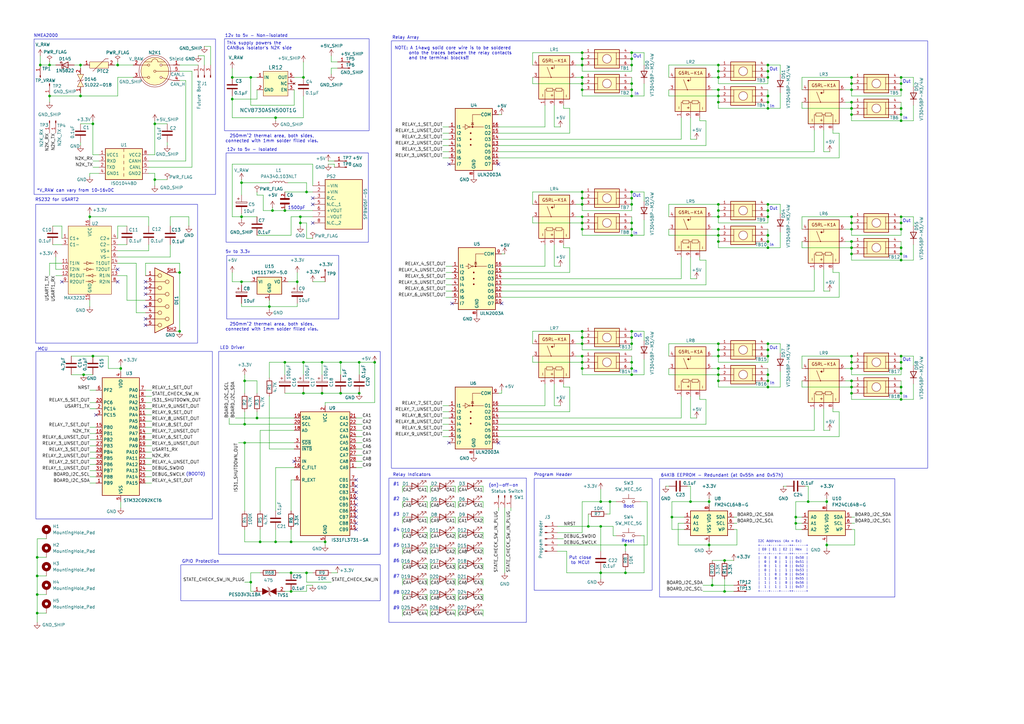
<source format=kicad_sch>
(kicad_sch (version 20250114) (generator "eeschema") (generator_version "9.0")
  (paper "A3")
  (title_block (title "Relay Unit") (date "2025-11-06") (rev "1") (company "The Digital Mermaid"))
  (rectangle (start 74.168 231.648) (end 155.956 246.38))
  (rectangle (start 92.075 15.875) (end 151.384 53.594))
  (rectangle (start 89.662 144.145) (end 155.956 227.33))
  (rectangle (start 14.732 144.145) (end 87.122 212.852))
  (rectangle (start 92.964 104.775) (end 138.938 130.81))
  (rectangle (start 14.605 83.82) (end 81.026 140.716))
  (rectangle (start 159.512 196.088) (end 215.9 255.27))
  (rectangle (start 219.075 196.215) (end 267.462 242.062))
  (rectangle (start 270.51 196.342) (end 367.03 244.856))
  (rectangle (start 160.528 16.764) (end 380.492 192.024))
  (rectangle (start 92.71 62.738) (end 151.1024 99.314))
  (rectangle (start 13.97 16.002) (end 88.392 79.756))
  (text "Reset" (at 257.556 221.996 0) (effects (font (size 1.27 1.27))))
  (text "In" (at 371.348 162.814 0) (effects (font (size 1.27 1.27))))
  (text "#4" (at 162.56 217.424 0) (effects (font (size 1.27 1.27))))
  (text "(on)-off-on" (at 206.502 199.136 0) (effects (font (size 1.27 1.27))))
  (text "#6" (at 162.56 230.124 0) (effects (font (size 1.27 1.27))))
  (text "NOTE: A 14awg solid core wire is to be soldered\n      onto the traces between the relay contacts\n      and the terminal blocks!!" (at 161.798 21.844 0) (effects (font (size 1.27 1.27)) (justify left)))
  (text "#3" (at 162.56 211.074 0) (effects (font (size 1.27 1.27))))
  (text "Boot" (at 257.81 207.772 0) (effects (font (size 1.27 1.27))))
  (text "GPIO Protection" (at 82.296 230.378 0) (effects (font (size 1.27 1.27))))
  (text "250mm^2 thermal area, both sides,\nconnected with 1mm solder filled vias." (at 111.506 134.112 0) (effects (font (size 1.27 1.27))))
  (text "In" (at 316.484 100.584 0) (effects (font (size 1.27 1.27))))
  (text "MCU" (at 17.526 143.256 0) (effects (font (size 1.27 1.27))))
  (text "#2" (at 162.56 204.724 0) (effects (font (size 1.27 1.27))))
  (text "This supply powers the\nCANBus isolator's N2K side" (at 92.964 18.796 0) (effects (font (size 1.27 1.27)) (justify left)))
  (text "In" (at 371.348 48.514 0) (effects (font (size 1.27 1.27))))
  (text "64KiB EEPROM - Redundant (at 0x55h and 0x57h)" (at 296.164 195.072 0) (effects (font (size 1.27 1.27))))
  (text "#1" (at 162.56 198.628 0) (effects (font (size 1.27 1.27))))
  (text "12v to 5v - Isolated" (at 103.378 61.468 0) (effects (font (size 1.27 1.27))))
  (text "*V_RAW can vary from 10~16vDC" (at 30.988 78.232 0) (effects (font (size 1.27 1.27))))
  (text "Out" (at 317.246 142.748 0) (effects (font (size 1.27 1.27))))
  (text "Program Header" (at 226.822 194.818 0) (effects (font (size 1.27 1.27))))
  (text "#5" (at 162.56 223.774 0) (effects (font (size 1.27 1.27))))
  (text "#9" (at 162.56 249.428 0) (effects (font (size 1.27 1.27))))
  (text "In" (at 260.604 95.758 0) (effects (font (size 1.27 1.27))))
  (text "In" (at 260.604 152.4 0) (effects (font (size 1.27 1.27))))
  (text "Out" (at 371.856 33.528 0) (effects (font (size 1.27 1.27))))
  (text "#7" (at 162.56 236.474 0) (effects (font (size 1.27 1.27))))
  (text "5v to 3.3v" (at 97.536 103.378 0) (effects (font (size 1.27 1.27))))
  (text "(BOOT0)" (at 80.264 194.564 0) (effects (font (size 1.27 1.27))))
  (text "Out" (at 317.246 28.448 0) (effects (font (size 1.27 1.27))))
  (text "In" (at 316.738 43.688 0) (effects (font (size 1.27 1.27))))
  (text "12v to 5v - Non-isolated" (at 105.156 14.732 0) (effects (font (size 1.27 1.27))))
  (text "Put close\nto MCU!" (at 237.998 229.87 0) (effects (font (size 1.27 1.27))))
  (text "RS232 for USART2" (at 23.368 82.042 0) (effects (font (size 1.27 1.27))))
  (text "LED Driver" (at 95.25 142.748 0) (effects (font (size 1.27 1.27))))
  (text "Relay Indicators" (at 168.91 194.818 0) (effects (font (size 1.27 1.27))))
  (text "Out" (at 371.856 90.678 0) (effects (font (size 1.27 1.27))))
  (text "In" (at 261.112 38.608 0) (effects (font (size 1.27 1.27))))
  (text "Out" (at 261.366 23.114 0) (effects (font (size 1.27 1.27))))
  (text "NMEA2000" (at 18.796 14.732 0) (effects (font (size 1.27 1.27))))
  (text "250mm^2 thermal area, both sides,\nconnected with 1mm solder filled vias." (at 111.506 56.896 0) (effects (font (size 1.27 1.27))))
  (text "Relay Array" (at 166.37 15.494 0) (effects (font (size 1.27 1.27))))
  (text "Out" (at 317.246 85.598 0) (effects (font (size 1.27 1.27))))
  (text "Out" (at 261.62 137.668 0) (effects (font (size 1.27 1.27))))
  (text "1500pF" (at 121.666 85.344 0) (effects (font (size 1.27 1.27))))
  (text "Out" (at 371.856 147.574 0) (effects (font (size 1.27 1.27))))
  (text "I2C Address (Ax = Ex)\n+----+----+----++------+\n| E0 | E1 | E2 || Hex  |\n+----+----+----++------+\n|  0 |  0 |  0 || 0x50 |\n|  0 |  0 |  1 || 0x51 |\n|  0 |  1 |  0 || 0x52 |\n|  0 |  1 |  1 || 0x53 |\n|  1 |  0 |  0 || 0x54 |\n|  1 |  0 |  1 || 0x55 |\n|  1 |  1 |  0 || 0x56 |\n|  1 |  1 |  1 || 0x57 |\n+----+----+----++------+" (at 310.896 232.664 0) (effects (font (size 1.016 1.016)) (justify left)))
  (text "In" (at 316.738 157.226 0) (effects (font (size 1.27 1.27))))
  (text "In" (at 371.348 105.41 0) (effects (font (size 1.27 1.27))))
  (text "Out" (at 261.112 80.264 0) (effects (font (size 1.27 1.27))))
  (text "#8" (at 162.56 243.078 0) (effects (font (size 1.27 1.27))))
  (junction (at 38.1 50.8))
  (junction (at 294.64 41.91))
  (junction (at 113.03 48.26))
  (junction (at 369.57 46.99))
  (junction (at 349.25 101.6))
  (junction (at 15.24 243.84))
  (junction (at 259.08 138.43))
  (junction (at 369.57 158.75))
  (junction (at 349.25 99.06))
  (junction (at 339.09 223.52))
  (junction (at 259.08 148.59))
  (junction (at 238.76 138.43))
  (junction (at 238.76 151.13))
  (junction (at 95.25 40.64))
  (junction (at 339.09 205.74))
  (junction (at 294.64 153.67))
  (junction (at 294.64 96.52))
  (junction (at 369.57 93.98))
  (junction (at 314.96 26.67))
  (junction (at 246.38 205.74))
  (junction (at 349.25 158.75))
  (junction (at 349.25 104.14))
  (junction (at 349.25 44.45))
  (junction (at 105.41 171.45))
  (junction (at 349.25 148.59))
  (junction (at 238.76 31.75))
  (junction (at 294.64 29.21))
  (junction (at 349.25 41.91))
  (junction (at 238.76 24.13))
  (junction (at 119.38 242.57))
  (junction (at 259.08 34.29))
  (junction (at 116.84 86.36))
  (junction (at 125.73 234.95))
  (junction (at 314.96 41.91))
  (junction (at 349.25 88.9))
  (junction (at 259.08 140.97))
  (junction (at 238.76 81.28))
  (junction (at 238.76 34.29))
  (junction (at 99.06 74.93))
  (junction (at 369.57 44.45))
  (junction (at 294.64 83.82))
  (junction (at 369.57 161.29))
  (junction (at 326.39 214.63))
  (junction (at 294.64 88.9))
  (junction (at 100.33 156.21))
  (junction (at 294.64 93.98))
  (junction (at 349.25 146.05))
  (junction (at 238.76 21.59))
  (junction (at 63.5 50.8))
  (junction (at 294.64 99.06))
  (junction (at 314.96 39.37))
  (junction (at 119.38 234.95))
  (junction (at 238.76 93.98))
  (junction (at 259.08 135.89))
  (junction (at 292.1 240.03))
  (junction (at 147.32 161.29))
  (junction (at 73.66 135.89))
  (junction (at 294.64 39.37))
  (junction (at 259.08 36.83))
  (junction (at 349.25 161.29))
  (junction (at 259.08 93.98))
  (junction (at 349.25 31.75))
  (junction (at 36.83 88.9))
  (junction (at 294.64 86.36))
  (junction (at 259.08 151.13))
  (junction (at 349.25 93.98))
  (junction (at 290.83 223.52))
  (junction (at 349.25 34.29))
  (junction (at 106.68 222.25))
  (junction (at 33.02 39.37))
  (junction (at 34.29 153.67))
  (junction (at 63.5 73.66))
  (junction (at 259.08 91.44))
  (junction (at 294.64 151.13))
  (junction (at 369.57 88.9))
  (junction (at 259.08 81.28))
  (junction (at 314.96 146.05))
  (junction (at 49.53 151.13))
  (junction (at 238.76 135.89))
  (junction (at 147.32 148.59))
  (junction (at 314.96 96.52))
  (junction (at 99.06 88.9))
  (junction (at 294.64 156.21))
  (junction (at 314.96 44.45))
  (junction (at 259.08 26.67))
  (junction (at 369.57 101.6))
  (junction (at 238.76 148.59))
  (junction (at 314.96 83.82))
  (junction (at 369.57 49.53))
  (junction (at 116.84 148.59))
  (junction (at 314.96 29.21))
  (junction (at 119.38 222.25))
  (junction (at 259.08 153.67))
  (junction (at 73.66 111.76))
  (junction (at 139.7 161.29))
  (junction (at 20.32 39.37))
  (junction (at 238.76 26.67))
  (junction (at 16.51 26.67))
  (junction (at 259.08 83.82))
  (junction (at 238.76 78.74))
  (junction (at 314.96 31.75))
  (junction (at 275.59 212.09))
  (junction (at 132.08 148.59))
  (junction (at 246.38 234.95))
  (junction (at 314.96 156.21))
  (junction (at 290.83 205.74))
  (junction (at 349.25 91.44))
  (junction (at 113.03 222.25))
  (junction (at 259.08 39.37))
  (junction (at 111.76 86.36))
  (junction (at 369.57 163.83))
  (junction (at 349.25 36.83))
  (junction (at 153.67 148.59))
  (junction (at 238.76 91.44))
  (junction (at 121.92 115.57))
  (junction (at 20.32 26.67))
  (junction (at 314.96 86.36))
  (junction (at 124.46 31.75))
  (junction (at 102.87 31.75))
  (junction (at 294.64 143.51))
  (junction (at 238.76 36.83))
  (junction (at 369.57 104.14))
  (junction (at 349.25 156.21))
  (junction (at 123.19 91.44))
  (junction (at 100.33 181.61))
  (junction (at 297.18 229.87))
  (junction (at 15.24 251.46))
  (junction (at 110.49 125.73))
  (junction (at 314.96 143.51))
  (junction (at 95.25 31.75))
  (junction (at 238.76 88.9))
  (junction (at 294.64 140.97))
  (junction (at 349.25 151.13))
  (junction (at 124.46 161.29))
  (junction (at 369.57 91.44))
  (junction (at 369.57 146.05))
  (junction (at 294.64 26.67))
  (junction (at 250.19 205.74))
  (junction (at 241.3 215.9))
  (junction (at 124.46 148.59))
  (junction (at 48.26 26.67))
  (junction (at 133.35 222.25))
  (junction (at 139.7 148.59))
  (junction (at 246.38 215.9))
  (junction (at 314.96 158.75))
  (junction (at 369.57 36.83))
  (junction (at 349.25 46.99))
  (junction (at 294.64 146.05))
  (junction (at 238.76 140.97))
  (junction (at 259.08 21.59))
  (junction (at 331.47 205.74))
  (junction (at 38.1 146.05))
  (junction (at 259.08 96.52))
  (junction (at 314.96 88.9))
  (junction (at 238.76 146.05))
  (junction (at 314.96 140.97))
  (junction (at 314.96 99.06))
  (junction (at 132.08 161.29))
  (junction (at 294.64 36.83))
  (junction (at 99.06 115.57))
  (junction (at 15.24 228.6))
  (junction (at 33.02 26.67))
  (junction (at 294.64 31.75))
  (junction (at 314.96 153.67))
  (junction (at 256.54 234.95))
  (junction (at 259.08 24.13))
  (junction (at 125.73 78.74))
  (junction (at 326.39 212.09))
  (junction (at 100.33 173.99))
  (junction (at 238.76 83.82))
  (junction (at 297.18 242.57))
  (junction (at 259.08 78.74))
  (junction (at 15.24 236.22))
  (junction (at 369.57 148.59))
  (junction (at 283.21 205.74))
  (junction (at 369.57 151.13))
  (junction (at 369.57 34.29))
  (junction (at 123.19 88.9))
  (junction (at 314.96 101.6))
  (junction (at 102.87 238.76))
  (junction (at 256.54 223.52))
  (junction (at 369.57 106.68))
  (junction (at 369.57 31.75))
  (no_connect (at 146.05 207.01))
  (no_connect (at 146.05 201.93))
  (no_connect (at 146.05 212.09))
  (no_connect (at 128.27 83.82))
  (no_connect (at 48.26 110.49))
  (no_connect (at 185.42 124.46))
  (no_connect (at 146.05 204.47))
  (no_connect (at 146.05 217.17))
  (no_connect (at 204.47 181.61))
  (no_connect (at 25.4 115.57))
  (no_connect (at 48.26 115.57))
  (no_connect (at 146.05 196.85))
  (no_connect (at 146.05 199.39))
  (no_connect (at 146.05 214.63))
  (no_connect (at 205.74 124.46))
  (no_connect (at 59.69 120.65))
  (no_connect (at 184.15 67.31))
  (no_connect (at 59.69 133.35))
  (no_connect (at 184.15 181.61))
  (no_connect (at 120.65 189.23))
  (no_connect (at 128.27 81.28))
  (no_connect (at 59.69 125.73))
  (no_connect (at 128.27 91.44))
  (no_connect (at 39.37 170.18))
  (no_connect (at 204.47 67.31))
  (no_connect (at 59.69 115.57))
  (no_connect (at 59.69 118.11))
  (no_connect (at 59.69 130.81))
  (no_connect (at 146.05 209.55))
  (wire (pts (xy 36.83 182.88) (xy 39.37 182.88)))
  (wire (pts (xy 273.05 199.39) (xy 274.32 199.39)))
  (wire (pts (xy 99.06 125.73) (xy 110.49 125.73)))
  (wire (pts (xy 33.02 38.1) (xy 33.02 39.37)))
  (wire (pts (xy 121.92 124.46) (xy 121.92 125.73)))
  (wire (pts (xy 231.14 158.75) (xy 233.68 158.75)))
  (wire (pts (xy 48.26 31.75) (xy 48.26 39.37)))
  (wire (pts (xy 349.25 158.75) (xy 349.25 161.29)))
  (wire (pts (xy 113.03 48.26) (xy 113.03 49.53)))
  (wire (pts (xy 100.33 181.61) (xy 100.33 209.55)))
  (wire (pts (xy 328.93 156.21) (xy 328.93 158.75)))
  (wire (pts (xy 34.29 153.67) (xy 38.1 153.67)))
  (wire (pts (xy 36.83 88.9) (xy 36.83 90.17)))
  (wire (pts (xy 331.47 205.74) (xy 339.09 205.74)))
  (wire (pts (xy 238.76 135.89) (xy 238.76 138.43)))
  (wire (pts (xy 99.06 74.93) (xy 99.06 80.01)))
  (wire (pts (xy 328.93 158.75) (xy 349.25 158.75)))
  (wire (pts (xy 326.39 212.09) (xy 328.93 212.09)))
  (wire (pts (xy 119.38 242.57) (xy 125.73 242.57)))
  (wire (pts (xy 290.83 205.74) (xy 290.83 207.01)))
  (wire (pts (xy 116.84 161.29) (xy 124.46 161.29)))
  (wire (pts (xy 76.2 66.04) (xy 60.96 66.04)))
  (wire (pts (xy 331.47 199.39) (xy 331.47 205.74)))
  (wire (pts (xy 105.41 171.45) (xy 120.65 171.45)))
  (wire (pts (xy 300.99 242.57) (xy 297.18 242.57)))
  (wire (pts (xy 346.71 93.98) (xy 349.25 93.98)))
  (wire (pts (xy 138.43 27.94) (xy 135.89 27.94)))
  (wire (pts (xy 86.36 26.67) (xy 86.36 19.05)))
  (wire (pts (xy 238.76 29.21) (xy 238.76 26.67)))
  (wire (pts (xy 233.68 158.75) (xy 233.68 168.91)))
  (wire (pts (xy 259.08 34.29) (xy 259.08 36.83)))
  (wire (pts (xy 330.2 199.39) (xy 331.47 199.39)))
  (wire (pts (xy 186.69 199.39) (xy 185.42 199.39)))
  (wire (pts (xy 349.25 156.21) (xy 349.25 158.75)))
  (wire (pts (xy 339.09 222.25) (xy 339.09 223.52)))
  (wire (pts (xy 123.19 91.44) (xy 123.19 92.71)))
  (wire (pts (xy 294.64 153.67) (xy 294.64 156.21)))
  (wire (pts (xy 146.05 171.45) (xy 148.59 171.45)))
  (wire (pts (xy 59.69 162.56) (xy 62.23 162.56)))
  (wire (pts (xy 147.32 153.67) (xy 147.32 148.59)))
  (wire (pts (xy 218.44 34.29) (xy 238.76 34.29)))
  (wire (pts (xy 328.93 217.17) (xy 326.39 217.17)))
  (wire (pts (xy 128.27 88.9) (xy 123.19 88.9)))
  (wire (pts (xy 186.69 224.79) (xy 186.69 227.33)))
  (wire (pts (xy 36.83 198.12) (xy 39.37 198.12)))
  (wire (pts (xy 187.96 237.49) (xy 189.23 237.49)))
  (wire (pts (xy 265.43 223.52) (xy 256.54 223.52)))
  (wire (pts (xy 292.1 240.03) (xy 288.29 240.03)))
  (wire (pts (xy 236.22 31.75) (xy 238.76 31.75)))
  (wire (pts (xy 125.73 238.76) (xy 135.89 238.76)))
  (wire (pts (xy 259.08 140.97) (xy 259.08 143.51)))
  (wire (pts (xy 59.69 177.8) (xy 62.23 177.8)))
  (wire (pts (xy 187.96 205.74) (xy 187.96 208.28)))
  (wire (pts (xy 100.33 153.67) (xy 100.33 156.21)))
  (wire (pts (xy 198.12 205.74) (xy 196.85 205.74)))
  (wire (pts (xy 175.26 205.74) (xy 175.26 208.28)))
  (wire (pts (xy 320.04 140.97) (xy 320.04 144.78)))
  (wire (pts (xy 204.47 52.07) (xy 223.52 52.07)))
  (wire (pts (xy 95.25 111.76) (xy 95.25 115.57)))
  (wire (pts (xy 264.16 78.74) (xy 259.08 78.74)))
  (wire (pts (xy 119.38 209.55) (xy 119.38 196.85)))
  (wire (pts (xy 187.96 231.14) (xy 187.96 233.68)))
  (wire (pts (xy 60.96 92.71) (xy 60.96 88.9)))
  (wire (pts (xy 69.85 88.9) (xy 77.47 88.9)))
  (wire (pts (xy 374.65 43.18) (xy 374.65 49.53)))
  (wire (pts (xy 314.96 31.75) (xy 314.96 34.29)))
  (wire (pts (xy 15.24 243.84) (xy 15.24 251.46)))
  (wire (pts (xy 369.57 99.06) (xy 369.57 101.6)))
  (wire (pts (xy 314.96 29.21) (xy 314.96 31.75)))
  (wire (pts (xy 99.06 88.9) (xy 99.06 90.17)))
  (wire (pts (xy 181.61 62.23) (xy 184.15 62.23)))
  (wire (pts (xy 99.06 74.93) (xy 99.06 73.66)))
  (wire (pts (xy 350.52 217.17) (xy 350.52 223.52)))
  (wire (pts (xy 278.13 214.63) (xy 278.13 223.52)))
  (wire (pts (xy 314.96 83.82) (xy 314.96 86.36)))
  (wire (pts (xy 369.57 104.14) (xy 369.57 106.68)))
  (wire (pts (xy 314.96 39.37) (xy 314.96 41.91)))
  (wire (pts (xy 275.59 205.74) (xy 283.21 205.74)))
  (wire (pts (xy 265.43 205.74) (xy 265.43 223.52)))
  (wire (pts (xy 198.12 243.84) (xy 196.85 243.84)))
  (wire (pts (xy 176.53 250.19) (xy 177.8 250.19)))
  (wire (pts (xy 153.67 165.1) (xy 133.35 165.1)))
  (wire (pts (xy 59.69 167.64) (xy 62.23 167.64)))
  (wire (pts (xy 186.69 199.39) (xy 186.69 201.93)))
  (wire (pts (xy 279.4 171.45) (xy 279.4 162.56)))
  (wire (pts (xy 238.76 218.44) (xy 238.76 205.74)))
  (wire (pts (xy 146.05 181.61) (xy 148.59 181.61)))
  (wire (pts (xy 165.1 199.39) (xy 166.37 199.39)))
  (wire (pts (xy 110.49 123.19) (xy 110.49 125.73)))
  (wire (pts (xy 69.85 92.71) (xy 69.85 88.9)))
  (wire (pts (xy 100.33 173.99) (xy 100.33 168.91)))
  (wire (pts (xy 186.69 231.14) (xy 185.42 231.14)))
  (wire (pts (xy 20.32 26.67) (xy 22.86 26.67)))
  (wire (pts (xy 124.46 48.26) (xy 113.03 48.26)))
  (wire (pts (xy 102.87 43.18) (xy 102.87 31.75)))
  (wire (pts (xy 279.4 57.15) (xy 279.4 48.26)))
  (wire (pts (xy 95.25 27.94) (xy 95.25 31.75)))
  (wire (pts (xy 181.61 166.37) (xy 184.15 166.37)))
  (wire (pts (xy 69.85 100.33) (xy 69.85 105.41)))
  (wire (pts (xy 349.25 31.75) (xy 349.25 34.29)))
  (wire (pts (xy 349.25 106.68) (xy 349.25 104.14)))
  (wire (pts (xy 139.7 148.59) (xy 147.32 148.59)))
  (wire (pts (xy 186.69 212.09) (xy 186.69 214.63)))
  (wire (pts (xy 198.12 250.19) (xy 198.12 252.73)))
  (wire (pts (xy 344.17 111.76) (xy 344.17 121.92)))
  (wire (pts (xy 259.08 146.05) (xy 259.08 148.59)))
  (wire (pts (xy 320.04 101.6) (xy 314.96 101.6)))
  (wire (pts (xy 374.65 146.05) (xy 369.57 146.05)))
  (wire (pts (xy 139.7 153.67) (xy 139.7 148.59)))
  (wire (pts (xy 198.12 231.14) (xy 196.85 231.14)))
  (wire (pts (xy 21.59 92.71) (xy 25.4 92.71)))
  (wire (pts (xy 40.64 63.5) (xy 38.1 63.5)))
  (wire (pts (xy 374.65 31.75) (xy 369.57 31.75)))
  (wire (pts (xy 198.12 212.09) (xy 196.85 212.09)))
  (wire (pts (xy 186.69 250.19) (xy 185.42 250.19)))
  (wire (pts (xy 146.05 184.15) (xy 148.59 184.15)))
  (wire (pts (xy 175.26 250.19) (xy 175.26 252.73)))
  (wire (pts (xy 294.64 140.97) (xy 294.64 143.51)))
  (wire (pts (xy 218.44 148.59) (xy 238.76 148.59)))
  (wire (pts (xy 251.46 215.9) (xy 251.46 219.71)))
  (wire (pts (xy 228.6 226.06) (xy 232.41 226.06)))
  (wire (pts (xy 259.08 78.74) (xy 259.08 81.28)))
  (wire (pts (xy 294.64 39.37) (xy 294.64 41.91)))
  (wire (pts (xy 165.1 218.44) (xy 165.1 220.98)))
  (wire (pts (xy 78.74 29.21) (xy 78.74 68.58)))
  (wire (pts (xy 294.64 26.67) (xy 294.64 29.21)))
  (wire (pts (xy 238.76 146.05) (xy 238.76 148.59)))
  (wire (pts (xy 205.74 116.84) (xy 289.56 116.84)))
  (wire (pts (xy 218.44 83.82) (xy 218.44 78.74)))
  (wire (pts (xy 289.56 106.68) (xy 289.56 116.84)))
  (wire (pts (xy 186.69 243.84) (xy 186.69 246.38)))
  (wire (pts (xy 165.1 205.74) (xy 166.37 205.74)))
  (wire (pts (xy 100.33 222.25) (xy 106.68 222.25)))
  (wire (pts (xy 60.96 63.5) (xy 63.5 63.5)))
  (wire (pts (xy 146.05 179.07) (xy 148.59 179.07)))
  (wire (pts (xy 111.76 86.36) (xy 116.84 86.36)))
  (wire (pts (xy 349.25 88.9) (xy 349.25 91.44)))
  (wire (pts (xy 69.85 105.41) (xy 48.26 105.41)))
  (wire (pts (xy 132.08 161.29) (xy 139.7 161.29)))
  (wire (pts (xy 280.67 217.17) (xy 275.59 217.17)))
  (wire (pts (xy 369.57 153.67) (xy 349.25 153.67)))
  (wire (pts (xy 176.53 231.14) (xy 176.53 233.68)))
  (wire (pts (xy 207.01 208.28) (xy 207.01 234.95)))
  (wire (pts (xy 106.68 217.17) (xy 106.68 222.25)))
  (wire (pts (xy 105.41 88.9) (xy 99.06 88.9)))
  (wire (pts (xy 283.21 105.41) (xy 283.21 114.3)))
  (wire (pts (xy 95.25 31.75) (xy 102.87 31.75)))
  (wire (pts (xy 314.96 99.06) (xy 314.96 101.6)))
  (wire (pts (xy 181.61 171.45) (xy 184.15 171.45)))
  (wire (pts (xy 102.87 238.76) (xy 102.87 242.57)))
  (wire (pts (xy 36.83 177.8) (xy 39.37 177.8)))
  (wire (pts (xy 33.02 50.8) (xy 38.1 50.8)))
  (wire (pts (xy 187.96 205.74) (xy 189.23 205.74)))
  (wire (pts (xy 314.96 140.97) (xy 314.96 143.51)))
  (wire (pts (xy 95.25 115.57) (xy 99.06 115.57)))
  (wire (pts (xy 121.92 125.73) (xy 110.49 125.73)))
  (wire (pts (xy 369.57 158.75) (xy 369.57 161.29)))
  (wire (pts (xy 52.07 123.19) (xy 59.69 123.19)))
  (wire (pts (xy 259.08 91.44) (xy 259.08 93.98)))
  (wire (pts (xy 198.12 199.39) (xy 198.12 201.93)))
  (wire (pts (xy 36.83 71.12) (xy 40.64 71.12)))
  (wire (pts (xy 259.08 26.67) (xy 259.08 29.21)))
  (wire (pts (xy 349.25 34.29) (xy 349.25 36.83)))
  (wire (pts (xy 52.07 113.03) (xy 52.07 123.19)))
  (wire (pts (xy 110.49 184.15) (xy 120.65 184.15)))
  (wire (pts (xy 238.76 153.67) (xy 238.76 151.13)))
  (wire (pts (xy 198.12 237.49) (xy 196.85 237.49)))
  (wire (pts (xy 19.05 236.22) (xy 15.24 236.22)))
  (wire (pts (xy 238.76 205.74) (xy 246.38 205.74)))
  (wire (pts (xy 123.19 91.44) (xy 125.73 91.44)))
  (wire (pts (xy 20.32 25.4) (xy 20.32 26.67)))
  (wire (pts (xy 229.87 52.07) (xy 227.33 52.07)))
  (wire (pts (xy 344.17 54.61) (xy 344.17 64.77)))
  (wire (pts (xy 48.26 100.33) (xy 52.07 100.33)))
  (wire (pts (xy 264.16 153.67) (xy 259.08 153.67)))
  (wire (pts (xy 176.53 231.14) (xy 177.8 231.14)))
  (wire (pts (xy 59.69 193.04) (xy 62.23 193.04)))
  (wire (pts (xy 231.14 44.45) (xy 233.68 44.45)))
  (wire (pts (xy 59.69 198.12) (xy 62.23 198.12)))
  (wire (pts (xy 116.84 148.59) (xy 116.84 153.67)))
  (wire (pts (xy 233.68 101.6) (xy 233.68 111.76)))
  (wire (pts (xy 63.5 73.66) (xy 68.58 73.66)))
  (wire (pts (xy 187.96 224.79) (xy 189.23 224.79)))
  (wire (pts (xy 15.24 236.22) (xy 15.24 243.84)))
  (wire (pts (xy 133.35 222.25) (xy 133.35 223.52)))
  (wire (pts (xy 116.84 242.57) (xy 119.38 242.57)))
  (wire (pts (xy 320.04 158.75) (xy 314.96 158.75)))
  (wire (pts (xy 86.36 19.05) (xy 83.82 19.05)))
  (wire (pts (xy 289.56 49.53) (xy 289.56 59.69)))
  (wire (pts (xy 107.95 80.01) (xy 107.95 86.36)))
  (wire (pts (xy 340.36 119.38) (xy 337.82 119.38)))
  (wire (pts (xy 259.08 135.89) (xy 259.08 138.43)))
  (wire (pts (xy 314.96 153.67) (xy 314.96 156.21)))
  (wire (pts (xy 314.96 156.21) (xy 314.96 158.75)))
  (wire (pts (xy 259.08 24.13) (xy 259.08 26.67)))
  (wire (pts (xy 187.96 199.39) (xy 189.23 199.39)))
  (wire (pts (xy 314.96 91.44) (xy 294.64 91.44)))
  (wire (pts (xy 292.1 31.75) (xy 294.64 31.75)))
  (wire (pts (xy 48.26 92.71) (xy 48.26 97.79)))
  (wire (pts (xy 49.53 205.74) (xy 49.53 208.28)))
  (wire (pts (xy 198.12 218.44) (xy 198.12 220.98)))
  (wire (pts (xy 246.38 200.66) (xy 246.38 205.74)))
  (wire (pts (xy 205.74 121.92) (xy 344.17 121.92)))
  (wire (pts (xy 250.19 205.74) (xy 252.73 205.74)))
  (wire (pts (xy 181.61 168.91) (xy 184.15 168.91)))
  (wire (pts (xy 287.02 49.53) (xy 287.02 48.26)))
  (wire (pts (xy 259.08 153.67) (xy 238.76 153.67)))
  (wire (pts (xy 238.76 96.52) (xy 238.76 93.98)))
  (wire (pts (xy 326.39 217.17) (xy 326.39 214.63)))
  (wire (pts (xy 369.57 161.29) (xy 369.57 163.83)))
  (wire (pts (xy 95.25 40.64) (xy 95.25 39.37)))
  (wire (pts (xy 314.96 44.45) (xy 294.64 44.45)))
  (wire (pts (xy 294.64 143.51) (xy 294.64 146.05)))
  (wire (pts (xy 259.08 21.59) (xy 259.08 24.13)))
  (wire (pts (xy 187.96 218.44) (xy 187.96 220.98)))
  (wire (pts (xy 38.1 50.8) (xy 38.1 63.5)))
  (wire (pts (xy 165.1 212.09) (xy 165.1 214.63)))
  (wire (pts (xy 198.12 224.79) (xy 196.85 224.79)))
  (wire (pts (xy 236.22 88.9) (xy 238.76 88.9)))
  (wire (pts (xy 294.64 101.6) (xy 294.64 99.06)))
  (wire (pts (xy 300.99 212.09) (xy 302.26 212.09)))
  (wire (pts (xy 283.21 162.56) (xy 283.21 171.45)))
  (wire (pts (xy 119.38 222.25) (xy 133.35 222.25)))
  (wire (pts (xy 246.38 233.68) (xy 246.38 234.95)))
  (wire (pts (xy 204.47 54.61) (xy 233.68 54.61)))
  (wire (pts (xy 369.57 34.29) (xy 369.57 36.83)))
  (wire (pts (xy 72.39 135.89) (xy 73.66 135.89)))
  (wire (pts (xy 175.26 231.14) (xy 173.99 231.14)))
  (wire (pts (xy 73.66 107.95) (xy 73.66 111.76)))
  (wire (pts (xy 238.76 78.74) (xy 238.76 81.28)))
  (wire (pts (xy 186.69 243.84) (xy 185.42 243.84)))
  (wire (pts (xy 97.79 181.61) (xy 100.33 181.61)))
  (wire (pts (xy 36.83 175.26) (xy 39.37 175.26)))
  (wire (pts (xy 100.33 217.17) (xy 100.33 222.25)))
  (wire (pts (xy 339.09 223.52) (xy 339.09 224.79)))
  (wire (pts (xy 48.26 26.67) (xy 54.61 26.67)))
  (wire (pts (xy 135.89 27.94) (xy 135.89 30.48)))
  (wire (pts (xy 125.73 234.95) (xy 128.27 234.95)))
  (wire (pts (xy 285.75 114.3) (xy 283.21 114.3)))
  (wire (pts (xy 314.96 148.59) (xy 294.64 148.59)))
  (wire (pts (xy 36.83 193.04) (xy 39.37 193.04)))
  (wire (pts (xy 176.53 243.84) (xy 176.53 246.38)))
  (wire (pts (xy 182.88 111.76) (xy 185.42 111.76)))
  (wire (pts (xy 137.16 68.58) (xy 137.16 67.31)))
  (wire (pts (xy 341.63 168.91) (xy 344.17 168.91)))
  (wire (pts (xy 187.96 250.19) (xy 187.96 252.73)))
  (wire (pts (xy 135.89 25.4) (xy 138.43 25.4)))
  (wire (pts (xy 297.18 229.87) (xy 300.99 229.87)))
  (wire (pts (xy 137.16 67.31) (xy 134.62 67.31)))
  (wire (pts (xy 16.51 26.67) (xy 20.32 26.67)))
  (wire (pts (xy 238.76 24.13) (xy 238.76 26.67)))
  (wire (pts (xy 287.02 106.68) (xy 287.02 105.41)))
  (wire (pts (xy 292.1 93.98) (xy 294.64 93.98)))
  (wire (pts (xy 259.08 83.82) (xy 259.08 86.36)))
  (wire (pts (xy 175.26 243.84) (xy 175.26 246.38)))
  (wire (pts (xy 218.44 26.67) (xy 218.44 21.59)))
  (wire (pts (xy 218.44 135.89) (xy 238.76 135.89)))
  (wire (pts (xy 36.83 195.58) (xy 39.37 195.58)))
  (wire (pts (xy 165.1 218.44) (xy 166.37 218.44)))
  (wire (pts (xy 59.69 160.02) (xy 62.23 160.02)))
  (wire (pts (xy 175.26 212.09) (xy 175.26 214.63)))
  (wire (pts (xy 175.26 250.19) (xy 173.99 250.19)))
  (wire (pts (xy 274.32 31.75) (xy 274.32 26.67)))
  (wire (pts (xy 264.16 90.17) (xy 264.16 96.52)))
  (wire (pts (xy 125.73 74.93) (xy 125.73 78.74)))
  (wire (pts (xy 181.61 176.53) (xy 184.15 176.53)))
  (wire (pts (xy 100.33 173.99) (xy 120.65 173.99)))
  (wire (pts (xy 113.03 222.25) (xy 119.38 222.25)))
  (wire (pts (xy 294.64 36.83) (xy 294.64 39.37)))
  (wire (pts (xy 275.59 212.09) (xy 280.67 212.09)))
  (wire (pts (xy 204.47 59.69) (xy 289.56 59.69)))
  (wire (pts (xy 182.88 114.3) (xy 185.42 114.3)))
  (wire (pts (xy 223.52 166.37) (xy 223.52 157.48)))
  (wire (pts (xy 369.57 156.21) (xy 369.57 158.75)))
  (wire (pts (xy 259.08 39.37) (xy 238.76 39.37)))
  (wire (pts (xy 73.66 26.67) (xy 81.28 26.67)))
  (wire (pts (xy 111.76 85.09) (xy 111.76 86.36)))
  (wire (pts (xy 186.69 250.19) (xy 186.69 252.73)))
  (wire (pts (xy 302.26 217.17) (xy 302.26 223.52)))
  (wire (pts (xy 128.27 97.79) (xy 125.73 97.79)))
  (wire (pts (xy 292.1 229.87) (xy 297.18 229.87)))
  (wire (pts (xy 204.47 176.53) (xy 334.01 176.53)))
  (wire (pts (xy 73.66 33.02) (xy 76.2 33.02)))
  (wire (pts (xy 22.86 110.49) (xy 25.4 110.49)))
  (wire (pts (xy 176.53 205.74) (xy 177.8 205.74)))
  (wire (pts (xy 300.99 217.17) (xy 302.26 217.17)))
  (wire (pts (xy 326.39 205.74) (xy 331.47 205.74)))
  (wire (pts (xy 369.57 46.99) (xy 369.57 49.53)))
  (wire (pts (xy 135.89 22.86) (xy 135.89 25.4)))
  (wire (pts (xy 264.16 135.89) (xy 264.16 139.7)))
  (wire (pts (xy 349.25 96.52) (xy 369.57 96.52)))
  (wire (pts (xy 236.22 140.97) (xy 238.76 140.97)))
  (wire (pts (xy 274.32 153.67) (xy 294.64 153.67)))
  (wire (pts (xy 281.94 199.39) (xy 283.21 199.39)))
  (wire (pts (xy 326.39 214.63) (xy 328.93 214.63)))
  (wire (pts (xy 120.65 191.77) (xy 113.03 191.77)))
  (wire (pts (xy 246.38 215.9) (xy 251.46 215.9)))
  (wire (pts (xy 125.73 234.95) (xy 125.73 238.76)))
  (wire (pts (xy 236.22 146.05) (xy 238.76 146.05)))
  (wire (pts (xy 328.93 31.75) (xy 349.25 31.75)))
  (wire (pts (xy 369.57 148.59) (xy 369.57 151.13)))
  (wire (pts (xy 205.74 119.38) (xy 334.01 119.38)))
  (wire (pts (xy 175.26 199.39) (xy 173.99 199.39)))
  (wire (pts (xy 374.65 31.75) (xy 374.65 35.56)))
  (wire (pts (xy 320.04 44.45) (xy 314.96 44.45)))
  (wire (pts (xy 314.96 93.98) (xy 314.96 96.52)))
  (wire (pts (xy 176.53 205.74) (xy 176.53 208.28)))
  (wire (pts (xy 63.5 49.53) (xy 63.5 50.8)))
  (wire (pts (xy 374.65 106.68) (xy 369.57 106.68)))
  (wire (pts (xy 36.83 190.5) (xy 39.37 190.5)))
  (wire (pts (xy 165.1 231.14) (xy 165.1 233.68)))
  (wire (pts (xy 44.45 146.05) (xy 44.45 151.13)))
  (wire (pts (xy 96.52 171.45) (xy 105.41 171.45)))
  (wire (pts (xy 241.3 210.82) (xy 241.3 215.9)))
  (wire (pts (xy 349.25 96.52) (xy 349.25 93.98)))
  (wire (pts (xy 264.16 34.29) (xy 264.16 39.37)))
  (wire (pts (xy 369.57 41.91) (xy 369.57 44.45)))
  (wire (pts (xy 125.73 78.74) (xy 128.27 78.74)))
  (wire (pts (xy 259.08 148.59) (xy 259.08 151.13)))
  (wire (pts (xy 292.1 36.83) (xy 294.64 36.83)))
  (wire (pts (xy 106.68 176.53) (xy 120.65 176.53)))
  (wire (pts (xy 287.02 49.53) (xy 289.56 49.53)))
  (wire (pts (xy 369.57 91.44) (xy 369.57 93.98)))
  (wire (pts (xy 77.47 88.9) (xy 77.47 92.71)))
  (wire (pts (xy 36.83 71.12) (xy 36.83 72.39)))
  (wire (pts (xy 20.32 39.37) (xy 20.32 41.91)))
  (wire (pts (xy 187.96 250.19) (xy 189.23 250.19)))
  (wire (pts (xy 349.25 214.63) (xy 350.52 214.63)))
  (wire (pts (xy 337.82 110.49) (xy 337.82 119.38)))
  (wire (pts (xy 113.03 191.77) (xy 113.03 209.55)))
  (wire (pts (xy 124.46 148.59) (xy 124.46 153.67)))
  (wire (pts (xy 252.73 219.71) (xy 251.46 219.71)))
  (wire (pts (xy 146.05 176.53) (xy 148.59 176.53)))
  (wire (pts (xy 83.82 22.86) (xy 81.28 22.86)))
  (wire (pts (xy 369.57 106.68) (xy 349.25 106.68)))
  (wire (pts (xy 198.12 243.84) (xy 198.12 246.38)))
  (wire (pts (xy 49.53 152.4) (xy 49.53 151.13)))
  (wire (pts (xy 264.16 135.89) (xy 259.08 135.89)))
  (wire (pts (xy 187.96 243.84) (xy 187.96 246.38)))
  (wire (pts (xy 100.33 238.76) (xy 102.87 238.76)))
  (wire (pts (xy 320.04 26.67) (xy 320.04 30.48)))
  (wire (pts (xy 19.05 220.98) (xy 15.24 220.98)))
  (wire (pts (xy 198.12 231.14) (xy 198.12 233.68)))
  (wire (pts (xy 346.71 41.91) (xy 349.25 41.91)))
  (wire (pts (xy 274.32 96.52) (xy 294.64 96.52)))
  (wire (pts (xy 165.1 205.74) (xy 165.1 208.28)))
  (wire (pts (xy 204.47 57.15) (xy 279.4 57.15)))
  (wire (pts (xy 60.96 102.87) (xy 60.96 100.33)))
  (wire (pts (xy 120.65 36.83) (xy 120.65 43.18)))
  (wire (pts (xy 176.53 199.39) (xy 176.53 201.93)))
  (wire (pts (xy 176.53 212.09) (xy 177.8 212.09)))
  (wire (pts (xy 110.49 154.94) (xy 110.49 148.59)))
  (wire (pts (xy 228.6 223.52) (xy 256.54 223.52)))
  (wire (pts (xy 275.59 212.09) (xy 275.59 217.17)))
  (wire (pts (xy 328.93 36.83) (xy 328.93 31.75)))
  (wire (pts (xy 205.74 114.3) (xy 279.4 114.3)))
  (wire (pts (xy 287.02 163.83) (xy 289.56 163.83)))
  (wire (pts (xy 44.45 151.13) (xy 49.53 151.13)))
  (wire (pts (xy 100.33 156.21) (xy 105.41 156.21)))
  (wire (pts (xy 246.38 215.9) (xy 246.38 226.06)))
  (wire (pts (xy 181.61 173.99) (xy 184.15 173.99)))
  (wire (pts (xy 328.93 44.45) (xy 349.25 44.45)))
  (wire (pts (xy 205.74 109.22) (xy 223.52 109.22)))
  (wire (pts (xy 205.74 161.29) (xy 204.47 161.29)))
  (wire (pts (xy 36.83 160.02) (xy 39.37 160.02)))
  (wire (pts (xy 227.33 157.48) (xy 227.33 166.37)))
  (wire (pts (xy 231.14 158.75) (xy 231.14 157.48)))
  (wire (pts (xy 328.93 88.9) (xy 349.25 88.9)))
  (wire (pts (xy 15.24 251.46) (xy 15.24 255.27)))
  (wire (pts (xy 116.84 78.74) (xy 125.73 78.74)))
  (wire (pts (xy 241.3 215.9) (xy 246.38 215.9)))
  (wire (pts (xy 285.75 57.15) (xy 283.21 57.15)))
  (wire (pts (xy 326.39 212.09) (xy 326.39 205.74)))
  (wire (pts (xy 147.32 148.59) (xy 153.67 148.59)))
  (wire (pts (xy 181.61 52.07) (xy 184.15 52.07)))
  (wire (pts (xy 36.83 180.34) (xy 39.37 180.34)))
  (wire (pts (xy 46.99 26.67) (xy 48.26 26.67)))
  (wire (pts (xy 264.16 21.59) (xy 259.08 21.59)))
  (wire (pts (xy 198.12 224.79) (xy 198.12 227.33)))
  (wire (pts (xy 19.05 243.84) (xy 15.24 243.84)))
  (wire (pts (xy 198.12 218.44) (xy 196.85 218.44)))
  (wire (pts (xy 274.32 26.67) (xy 294.64 26.67)))
  (wire (pts (xy 259.08 86.36) (xy 238.76 86.36)))
  (wire (pts (xy 207.01 104.14) (xy 205.74 104.14)))
  (wire (pts (xy 15.24 251.46) (xy 19.05 251.46)))
  (wire (pts (xy 294.64 93.98) (xy 294.64 96.52)))
  (wire (pts (xy 374.65 146.05) (xy 374.65 149.86)))
  (wire (pts (xy 264.16 21.59) (xy 264.16 26.67)))
  (wire (pts (xy 205.74 111.76) (xy 233.68 111.76)))
  (wire (pts (xy 320.04 152.4) (xy 320.04 158.75)))
  (wire (pts (xy 231.14 44.45) (xy 231.14 43.18)))
  (wire (pts (xy 238.76 91.44) (xy 238.76 93.98)))
  (wire (pts (xy 259.08 29.21) (xy 238.76 29.21)))
  (wire (pts (xy 349.25 91.44) (xy 349.25 93.98)))
  (wire (pts (xy 100.33 161.29) (xy 100.33 156.21)))
  (wire (pts (xy 187.96 218.44) (xy 189.23 218.44)))
  (wire (pts (xy 176.53 218.44) (xy 177.8 218.44)))
  (wire (pts (xy 256.54 233.68) (xy 256.54 234.95)))
  (wire (pts (xy 59.69 172.72) (xy 62.23 172.72)))
  (wire (pts (xy 204.47 168.91) (xy 233.68 168.91)))
  (wire (pts (xy 264.16 39.37) (xy 259.08 39.37)))
  (wire (pts (xy 139.7 161.29) (xy 147.32 161.29)))
  (wire (pts (xy 314.96 158.75) (xy 294.64 158.75)))
  (wire (pts (xy 341.63 111.76) (xy 341.63 110.49)))
  (wire (pts (xy 229.87 109.22) (xy 227.33 109.22)))
  (wire (pts (xy 59.69 107.95) (xy 59.69 113.03)))
  (wire (pts (xy 314.96 143.51) (xy 314.96 146.05)))
  (wire (pts (xy 102.87 43.18) (xy 120.65 43.18)))
  (wire (pts (xy 346.71 36.83) (xy 349.25 36.83)))
  (wire (pts (xy 198.12 250.19) (xy 196.85 250.19)))
  (wire (pts (xy 119.38 217.17) (xy 119.38 222.25)))
  (wire (pts (xy 238.76 31.75) (xy 238.76 34.29)))
  (wire (pts (xy 314.96 146.05) (xy 314.96 148.59)))
  (wire (pts (xy 259.08 151.13) (xy 259.08 153.67)))
  (wire (pts (xy 176.53 224.79) (xy 176.53 227.33)))
  (wire (pts (xy 204.47 208.28) (xy 204.47 209.55)))
  (wire (pts (xy 187.96 212.09) (xy 187.96 214.63)))
  (wire (pts (xy 287.02 106.68) (xy 289.56 106.68)))
  (wire (pts (xy 290.83 204.47) (xy 290.83 205.74)))
  (wire (pts (xy 100.33 181.61) (xy 120.65 181.61)))
  (wire (pts (xy 33.02 58.42) (xy 33.02 59.69)))
  (wire (pts (xy 186.69 205.74) (xy 185.42 205.74)))
  (wire (pts (xy 229.87 166.37) (xy 227.33 166.37)))
  (wire (pts (xy 186.69 237.49) (xy 186.69 240.03)))
  (wire (pts (xy 204.47 171.45) (xy 279.4 171.45)))
  (wire (pts (xy 294.64 86.36) (xy 294.64 88.9)))
  (wire (pts (xy 95.25 48.26) (xy 95.25 40.64)))
  (wire (pts (xy 349.25 153.67) (xy 349.25 151.13)))
  (wire (pts (xy 223.52 52.07) (xy 223.52 43.18)))
  (wire (pts (xy 95.25 67.31) (xy 95.25 88.9)))
  (wire (pts (xy 374.65 163.83) (xy 369.57 163.83)))
  (wire (pts (xy 340.36 62.23) (xy 337.82 62.23)))
  (wire (pts (xy 274.32 83.82) (xy 294.64 83.82)))
  (wire (pts (xy 326.39 214.63) (xy 326.39 212.09)))
  (wire (pts (xy 121.92 115.57) (xy 121.92 116.84)))
  (wire (pts (xy 280.67 214.63) (xy 278.13 214.63)))
  (wire (pts (xy 198.12 212.09) (xy 198.12 214.63)))
  (wire (pts (xy 181.61 54.61) (xy 184.15 54.61)))
  (wire (pts (xy 232.41 234.95) (xy 246.38 234.95)))
  (wire (pts (xy 146.05 173.99) (xy 148.59 173.99)))
  (wire (pts (xy 146.05 191.77) (xy 148.59 191.77)))
  (wire (pts (xy 182.88 119.38) (xy 185.42 119.38)))
  (wire (pts (xy 105.41 156.21) (xy 105.41 161.29)))
  (wire (pts (xy 99.06 115.57) (xy 102.87 115.57)))
  (wire (pts (xy 369.57 104.14) (xy 369.57 101.6)))
  (wire (pts (xy 204.47 166.37) (xy 223.52 166.37)))
  (wire (pts (xy 349.25 217.17) (xy 350.52 217.17)))
  (wire (pts (xy 59.69 175.26) (xy 62.23 175.26)))
  (wire (pts (xy 187.96 243.84) (xy 189.23 243.84)))
  (wire (pts (xy 259.08 93.98) (xy 259.08 96.52)))
  (wire (pts (xy 259.08 31.75) (xy 259.08 34.29)))
  (wire (pts (xy 59.69 187.96) (xy 62.23 187.96)))
  (wire (pts (xy 102.87 31.75) (xy 105.41 31.75)))
  (wire (pts (xy 105.41 80.01) (xy 107.95 80.01)))
  (wire (pts (xy 339.09 204.47) (xy 339.09 205.74)))
  (wire (pts (xy 99.06 74.93) (xy 110.49 74.93)))
  (wire (pts (xy 16.51 26.67) (xy 16.51 22.86)))
  (wire (pts (xy 105.41 96.52) (xy 119.38 96.52)))
  (wire (pts (xy 204.47 179.07) (xy 344.17 179.07)))
  (wire (pts (xy 59.69 128.27) (xy 55.88 128.27)))
  (wire (pts (xy 349.25 44.45) (xy 349.25 46.99)))
  (wire (pts (xy 93.98 173.99) (xy 100.33 173.99)))
  (wire (pts (xy 119.38 196.85) (xy 120.65 196.85)))
  (wire (pts (xy 198.12 205.74) (xy 198.12 208.28)))
  (wire (pts (xy 128.27 76.2) (xy 128.27 67.31)))
  (wire (pts (xy 238.76 34.29) (xy 238.76 36.83)))
  (wire (pts (xy 349.25 146.05) (xy 349.25 148.59)))
  (wire (pts (xy 292.1 88.9) (xy 294.64 88.9)))
  (wire (pts (xy 181.61 59.69) (xy 184.15 59.69)))
  (wire (pts (xy 15.24 220.98) (xy 15.24 228.6)))
  (wire (pts (xy 21.59 100.33) (xy 25.4 100.33)))
  (wire (pts (xy 106.68 222.25) (xy 113.03 222.25)))
  (wire (pts (xy 146.05 189.23) (xy 148.59 189.23)))
  (wire (pts (xy 238.76 143.51) (xy 238.76 140.97)))
  (wire (pts (xy 259.08 88.9) (xy 259.08 91.44)))
  (wire (pts (xy 63.5 76.2) (xy 63.5 73.66)))
  (wire (pts (xy 320.04 38.1) (xy 320.04 44.45)))
  (wire (pts (xy 314.96 86.36) (xy 314.96 88.9)))
  (wire (pts (xy 118.11 115.57) (xy 121.92 115.57)))
  (wire (pts (xy 341.63 111.76) (xy 344.17 111.76)))
  (wire (pts (xy 264.16 234.95) (xy 256.54 234.95)))
  (wire (pts (xy 374.65 100.33) (xy 374.65 106.68)))
  (wire (pts (xy 20.32 113.03) (xy 20.32 107.95)))
  (wire (pts (xy 259.08 138.43) (xy 259.08 140.97)))
  (wire (pts (xy 175.26 231.14) (xy 175.26 233.68)))
  (wire (pts (xy 105.41 80.01) (xy 105.41 78.74)))
  (wire (pts (xy 36.83 165.1) (xy 39.37 165.1)))
  (wire (pts (xy 175.26 237.49) (xy 173.99 237.49)))
  (wire (pts (xy 120.65 31.75) (xy 124.46 31.75)))
  (wire (pts (xy 125.73 240.03) (xy 128.27 240.03)))
  (wire (pts (xy 123.19 88.9) (xy 123.19 91.44)))
  (wire (pts (xy 297.18 242.57) (xy 288.29 242.57)))
  (wire (pts (xy 107.95 86.36) (xy 111.76 86.36)))
  (wire (pts (xy 36.83 185.42) (xy 39.37 185.42)))
  (wire (pts (xy 132.08 148.59) (xy 132.08 153.67)))
  (wire (pts (xy 176.53 224.79) (xy 177.8 224.79)))
  (wire (pts (xy 231.14 101.6) (xy 233.68 101.6)))
  (wire (pts (xy 165.1 243.84) (xy 165.1 246.38)))
  (wire (pts (xy 292.1 146.05) (xy 294.64 146.05)))
  (wire (pts (xy 346.71 151.13) (xy 349.25 151.13)))
  (wire (pts (xy 153.67 148.59) (xy 153.67 165.1)))
  (wire (pts (xy 73.66 107.95) (xy 59.69 107.95)))
  (wire (pts (xy 165.1 212.09) (xy 166.37 212.09)))
  (wire (pts (xy 294.64 29.21) (xy 294.64 31.75)))
  (wire (pts (xy 274.32 151.13) (xy 274.32 153.67)))
  (wire (pts (xy 233.68 44.45) (xy 233.68 54.61)))
  (wire (pts (xy 48.26 113.03) (xy 52.07 113.03)))
  (wire (pts (xy 369.57 163.83) (xy 349.25 163.83)))
  (wire (pts (xy 340.36 176.53) (xy 337.82 176.53)))
  (wire (pts (xy 99.06 87.63) (xy 99.06 88.9)))
  (wire (pts (xy 187.96 224.79) (xy 187.96 227.33)))
  (wire (pts (xy 314.96 36.83) (xy 314.96 39.37)))
  (wire (pts (xy 181.61 57.15) (xy 184.15 57.15)))
  (wire (pts (xy 175.26 218.44) (xy 175.26 220.98)))
  (wire (pts (xy 63.5 63.5) (xy 63.5 50.8)))
  (wire (pts (xy 334.01 62.23) (xy 334.01 53.34)))
  (wire (pts (xy 165.1 237.49) (xy 166.37 237.49)))
  (wire (pts (xy 59.69 190.5) (xy 62.23 190.5)))
  (wire (pts (xy 283.21 48.26) (xy 283.21 57.15)))
  (wire (pts (xy 186.69 231.14) (xy 186.69 233.68)))
  (wire (pts (xy 262.89 219.71) (xy 264.16 219.71)))
  (wire (pts (xy 369.57 91.44) (xy 369.57 88.9)))
  (wire (pts (xy 228.6 215.9) (xy 241.3 215.9)))
  (wire (pts (xy 119.38 234.95) (xy 125.73 234.95)))
  (wire (pts (xy 275.59 212.09) (xy 275.59 205.74)))
  (wire (pts (xy 349.25 163.83) (xy 349.25 161.29)))
  (wire (pts (xy 25.4 92.71) (xy 25.4 97.79)))
  (wire (pts (xy 124.46 39.37) (xy 124.46 48.26)))
  (wire (pts (xy 264.16 96.52) (xy 259.08 96.52)))
  (wire (pts (xy 294.64 83.82) (xy 294.64 86.36)))
  (wire (pts (xy 278.13 223.52) (xy 290.83 223.52)))
  (wire (pts (xy 238.76 148.59) (xy 238.76 151.13)))
  (wire (pts (xy 121.92 115.57) (xy 121.92 111.76)))
  (wire (pts (xy 369.57 31.75) (xy 369.57 34.29)))
  (wire (pts (xy 369.57 39.37) (xy 349.25 39.37)))
  (wire (pts (xy 238.76 138.43) (xy 238.76 140.97)))
  (wire (pts (xy 187.96 231.14) (xy 189.23 231.14)))
  (wire (pts (xy 63.5 50.8) (xy 68.58 50.8)))
  (wire (pts (xy 334.01 176.53) (xy 334.01 167.64)))
  (wire (pts (xy 99.06 115.57) (xy 99.06 116.84)))
  (wire (pts (xy 341.63 54.61) (xy 344.17 54.61)))
  (wire (pts (xy 59.69 180.34) (xy 62.23 180.34)))
  (wire (pts (xy 250.19 210.82) (xy 250.19 205.74)))
  (wire (pts (xy 218.44 21.59) (xy 238.76 21.59)))
  (wire (pts (xy 256.54 223.52) (xy 256.54 226.06)))
  (wire (pts (xy 302.26 223.52) (xy 290.83 223.52)))
  (wire (pts (xy 314.96 101.6) (xy 294.64 101.6)))
  (wire (pts (xy 48.26 102.87) (xy 60.96 102.87)))
  (wire (pts (xy 128.27 115.57) (xy 133.35 115.57)))
  (wire (pts (xy 29.21 153.67) (xy 34.29 153.67)))
  (wire (pts (xy 341.63 54.61) (xy 341.63 53.34)))
  (wire (pts (xy 128.27 67.31) (xy 95.25 67.31)))
  (wire (pts (xy 105.41 40.64) (xy 105.41 36.83)))
  (wire (pts (xy 369.57 151.13) (xy 369.57 153.67)))
  (wire (pts (xy 320.04 26.67) (xy 314.96 26.67)))
  (wire (pts (xy 114.3 234.95) (xy 119.38 234.95)))
  (wire (pts (xy 337.82 167.64) (xy 337.82 176.53)))
  (wire (pts (xy 344.17 168.91) (xy 344.17 179.07)))
  (wire (pts (xy 125.73 242.57) (xy 125.73 240.03)))
  (wire (pts (xy 349.25 101.6) (xy 349.25 104.14)))
  (wire (pts (xy 223.52 109.22) (xy 223.52 100.33)))
  (wire (pts (xy 259.08 36.83) (xy 259.08 39.37)))
  (wire (pts (xy 374.65 88.9) (xy 374.65 92.71)))
  (wire (pts (xy 116.84 148.59) (xy 124.46 148.59)))
  (wire (pts (xy 22.86 113.03) (xy 25.4 113.03)))
  (wire (pts (xy 187.96 212.09) (xy 189.23 212.09)))
  (wire (pts (xy 19.05 228.6) (xy 15.24 228.6)))
  (wire (pts (xy 165.1 224.79) (xy 165.1 227.33)))
  (wire (pts (xy 328.93 151.13) (xy 328.93 146.05)))
  (wire (pts (xy 133.35 165.1) (xy 133.35 166.37)))
  (wire (pts (xy 292.1 151.13) (xy 294.64 151.13)))
  (wire (pts (xy 175.26 237.49) (xy 175.26 240.03)))
  (wire (pts (xy 95.25 40.64) (xy 105.41 40.64)))
  (wire (pts (xy 76.2 33.02) (xy 76.2 66.04)))
  (wire (pts (xy 176.53 237.49) (xy 177.8 237.49)))
  (wire (pts (xy 36.83 123.19) (xy 36.83 125.73)))
  (wire (pts (xy 204.47 62.23) (xy 334.01 62.23)))
  (wire (pts (xy 119.38 96.52) (xy 119.38 88.9)))
  (wire (pts (xy 48.26 25.4) (xy 48.26 26.67)))
  (wire (pts (xy 99.06 124.46) (xy 99.06 125.73)))
  (wire (pts (xy 274.32 88.9) (xy 274.32 83.82)))
  (wire (pts (xy 175.26 218.44) (xy 173.99 218.44)))
  (wire (pts (xy 350.52 223.52) (xy 339.09 223.52)))
  (wire (pts (xy 113.03 217.17) (xy 113.03 222.25)))
  (wire (pts (xy 218.44 140.97) (xy 218.44 135.89)))
  (wire (pts (xy 165.1 224.79) (xy 166.37 224.79)))
  (wire (pts (xy 328.93 41.91) (xy 328.93 44.45)))
  (wire (pts (xy 165.1 250.19) (xy 165.1 252.73)))
  (wire (pts (xy 186.69 212.09) (xy 185.42 212.09)))
  (wire (pts (xy 198.12 237.49) (xy 198.12 240.03)))
  (wire (pts (xy 59.69 185.42) (xy 62.23 185.42)))
  (wire (pts (xy 132.08 148.59) (xy 139.7 148.59)))
  (wire (pts (xy 186.69 218.44) (xy 185.42 218.44)))
  (wire (pts (xy 59.69 182.88) (xy 62.23 182.88)))
  (wire (pts (xy 238.76 88.9) (xy 238.76 91.44)))
  (wire (pts (xy 294.64 96.52) (xy 294.64 99.06)))
  (wire (pts (xy 48.26 31.75) (xy 54.61 31.75)))
  (wire (pts (xy 346.71 99.06) (xy 349.25 99.06)))
  (wire (pts (xy 321.31 199.39) (xy 322.58 199.39)))
  (wire (pts (xy 29.21 146.05) (xy 38.1 146.05)))
  (wire (pts (xy 176.53 243.84) (xy 177.8 243.84)))
  (wire (pts (xy 374.65 49.53) (xy 369.57 49.53)))
  (wire (pts (xy 55.88 128.27) (xy 55.88 107.95)))
  (wire (pts (xy 95.25 88.9) (xy 99.06 88.9)))
  (wire (pts (xy 264.16 219.71) (xy 264.16 234.95)))
  (wire (pts (xy 228.6 218.44) (xy 238.76 218.44)))
  (wire (pts (xy 20.32 39.37) (xy 33.02 39.37)))
  (wire (pts (xy 374.65 157.48) (xy 374.65 163.83)))
  (wire (pts (xy 165.1 243.84) (xy 166.37 243.84)))
  (wire (pts (xy 294.64 44.45) (xy 294.64 41.91)))
  (wire (pts (xy 238.76 86.36) (xy 238.76 83.82)))
  (wire (pts (xy 328.93 99.06) (xy 328.93 101.6)))
  (wire (pts (xy 314.96 34.29) (xy 294.64 34.29)))
  (wire (pts (xy 187.96 237.49) (xy 187.96 240.03)))
  (wire (pts (xy 186.69 218.44) (xy 186.69 220.98)))
  (wire (pts (xy 102.87 234.95) (xy 102.87 238.76)))
  (wire (pts (xy 369.57 146.05) (xy 369.57 148.59)))
  (wire (pts (xy 218.44 91.44) (xy 238.76 91.44)))
  (wire (pts (xy 176.53 199.39) (xy 177.8 199.39)))
  (wire (pts (xy 320.04 140.97) (xy 314.96 140.97)))
  (wire (pts (xy 300.99 214.63) (xy 302.26 214.63)))
  (wire (pts (xy 33.02 39.37) (xy 48.26 39.37)))
  (wire (pts (xy 176.53 212.09) (xy 176.53 214.63)))
  (wire (pts (xy 181.61 179.07) (xy 184.15 179.07)))
  (wire (pts (xy 186.69 205.74) (xy 186.69 208.28)))
  (wire (pts (xy 232.41 226.06) (xy 232.41 234.95)))
  (wire (pts (xy 314.96 26.67) (xy 314.96 29.21)))
  (wire (pts (xy 369.57 96.52) (xy 369.57 93.98)))
  (wire (pts (xy 118.11 74.93) (xy 125.73 74.93)))
  (wire (pts (xy 22.86 105.41) (xy 22.86 110.49)))
  (wire (pts (xy 124.46 161.29) (xy 132.08 161.29)))
  (wire (pts (xy 236.22 83.82) (xy 238.76 83.82)))
  (wire (pts (xy 283.21 199.39) (xy 283.21 205.74)))
  (wire (pts (xy 292.1 237.49) (xy 292.1 240.03)))
  (wire (pts (xy 105.41 171.45) (xy 105.41 168.91)))
  (wire (pts (xy 52.07 92.71) (xy 48.26 92.71)))
  (wire (pts (xy 38.1 68.58) (xy 40.64 68.58)))
  (wire (pts (xy 369.57 36.83) (xy 369.57 39.37)))
  (wire (pts (xy 314.96 41.91) (xy 314.96 44.45)))
  (wire (pts (xy 63.5 71.12) (xy 60.96 71.12)))
  (wire (pts (xy 33.02 26.67) (xy 33.02 27.94)))
  (wire (pts (xy 38.1 49.53) (xy 38.1 50.8)))
  (wire (pts (xy 124.46 148.59) (xy 132.08 148.59)))
  (wire (pts (xy 314.96 151.13) (xy 314.96 153.67)))
  (wire (pts (xy 231.14 101.6) (xy 231.14 100.33)))
  (wire (pts (xy 175.26 205.74) (xy 173.99 205.74)))
  (wire (pts (xy 294.64 148.59) (xy 294.64 146.05)))
  (wire (pts (xy 320.04 95.25) (xy 320.04 101.6)))
  (wire (pts (xy 119.38 88.9) (xy 123.19 88.9)))
  (wire (pts (xy 218.44 88.9) (xy 218.44 91.44)))
  (wire (pts (xy 246.38 234.95) (xy 246.38 237.49)))
  (wire (pts (xy 248.92 210.82) (xy 250.19 210.82)))
  (wire (pts (xy 218.44 31.75) (xy 218.44 34.29)))
  (wire (pts (xy 134.62 66.04) (xy 137.16 66.04)))
  (wire (pts (xy 78.74 68.58) (xy 60.96 68.58)))
  (wire (pts (xy 63.5 73.66) (xy 63.5 71.12)))
  (wire (pts (xy 227.33 100.33) (xy 227.33 109.22)))
  (wire (pts (xy 337.82 53.34) (xy 337.82 62.23)))
  (wire (pts (xy 49.53 151.13) (xy 49.53 149.86)))
  (wire (pts (xy 146.05 186.69) (xy 148.59 186.69)))
  (wire (pts (xy 294.64 34.29) (xy 294.64 31.75)))
  (wire (pts (xy 289.56 163.83) (xy 289.56 173.99)))
  (wire (pts (xy 95.25 48.26) (xy 113.03 48.26)))
  (wire (pts (xy 294.64 151.13) (xy 294.64 153.67)))
  (wire (pts (xy 106.68 176.53) (xy 106.68 209.55)))
  (wire (pts (xy 285.75 171.45) (xy 283.21 171.45)))
  (wire (pts (xy 204.47 64.77) (xy 344.17 64.77)))
  (wire (pts (xy 59.69 170.18) (xy 62.23 170.18)))
  (wire (pts (xy 346.71 156.21) (xy 349.25 156.21)))
  (wire (pts (xy 38.1 66.04) (xy 40.64 66.04)))
  (wire (pts (xy 204.47 173.99) (xy 289.56 173.99)))
  (wire (pts (xy 176.53 237.49) (xy 176.53 240.03)))
  (wire (pts (xy 334.01 119.38) (xy 334.01 110.49)))
  (wire (pts (xy 238.76 81.28) (xy 238.76 83.82)))
  (wire (pts (xy 182.88 121.92) (xy 185.42 121.92)))
  (wire (pts (xy 349.25 39.37) (xy 349.25 36.83)))
  (wire (pts (xy 198.12 199.39) (xy 196.85 199.39)))
  (wire (pts (xy 320.04 83.82) (xy 320.04 87.63)))
  (wire (pts (xy 182.88 116.84) (xy 185.42 116.84)))
  (wire (pts (xy 209.55 209.55) (xy 209.55 208.28)))
  (wire (pts (xy 59.69 195.58) (xy 62.23 195.58)))
  (wire (pts (xy 290.83 222.25) (xy 290.83 223.52)))
  (wire (pts (xy 165.1 237.49) (xy 165.1 240.03)))
  (wire (pts (xy 369.57 44.45) (xy 369.57 46.99)))
  (wire (pts (xy 349.25 41.91) (xy 349.25 44.45)))
  (wire (pts (xy 36.83 187.96) (xy 39.37 187.96)))
  (wire (pts (xy 182.88 109.22) (xy 185.42 109.22)))
  (wire (pts (xy 175.26 199.39) (xy 175.26 201.93)))
  (wire (pts (xy 374.65 88.9) (xy 369.57 88.9)))
  (wire (pts (xy 165.1 231.14) (xy 166.37 231.14)))
  (wire (pts (xy 314.96 88.9) (xy 314.96 91.44)))
  (wire (pts (xy 328.93 93.98) (xy 328.93 88.9)))
  (wire (pts (xy 205.74 46.99) (xy 204.47 46.99)))
  (wire (pts (xy 175.26 224.79) (xy 173.99 224.79)))
  (wire (pts (xy 20.32 107.95) (xy 25.4 107.95)))
  (wire (pts (xy 349.25 49.53) (xy 349.25 46.99)))
  (wire (pts (xy 236.22 26.67) (xy 238.76 26.67)))
  (wire (pts (xy 294.64 158.75) (xy 294.64 156.21)))
  (wire (pts (xy 93.98 171.45) (xy 93.98 173.99)))
  (wire (pts (xy 274.32 93.98) (xy 274.32 96.52)))
  (wire (pts (xy 181.61 64.77) (xy 184.15 64.77)))
  (wire (pts (xy 135.89 234.95) (xy 138.43 234.95)))
  (wire (pts (xy 55.88 107.95) (xy 48.26 107.95)))
  (wire (pts (xy 38.1 146.05) (xy 44.45 146.05)))
  (wire (pts (xy 60.96 88.9) (xy 36.83 88.9)))
  (wire (pts (xy 283.21 205.74) (xy 290.83 205.74)))
  (wire (pts (xy 349.25 148.59) (xy 349.25 151.13)))
  (wire (pts (xy 110.49 148.59) (xy 116.84 148.59)))
  (wire (pts (xy 259.08 143.51) (xy 238.76 143.51)))
  (wire (pts (xy 110.49 127) (xy 110.49 125.73)))
  (wire (pts (xy 341.63 168.91) (xy 341.63 167.64)))
  (wire (pts (xy 259.08 81.28) (xy 259.08 83.82)))
  (wire (pts (xy 227.33 43.18) (xy 227.33 52.07)))
  (wire (pts (xy 256.54 234.95) (xy 246.38 234.95)))
  (wire (pts (xy 274.32 140.97) (xy 294.64 140.97)))
  (wire (pts (xy 238.76 21.59) (xy 238.76 24.13)))
  (wire (pts (xy 102.87 242.57) (xy 104.14 242.57)))
  (wire (pts (xy 274.32 36.83) (xy 274.32 39.37)))
  (wire (pts (xy 264.16 147.32) (xy 264.16 153.67)))
  (wire (pts (xy 297.18 237.49) (xy 297.18 242.57)))
  (wire (pts (xy 320.04 83.82) (xy 314.96 83.82)))
  (wire (pts (xy 274.32 146.05) (xy 274.32 140.97)))
  (wire (pts (xy 186.69 224.79) (xy 185.42 224.79)))
  (wire (pts (xy 125.73 97.79) (xy 125.73 91.44)))
  (wire (pts (xy 59.69 165.1) (xy 62.23 165.1)))
  (wire (pts (xy 68.58 58.42) (xy 68.58 59.69)))
  (wire (pts (xy 349.25 212.09) (xy 350.52 212.09)))
  (wire (pts (xy 262.89 205.74) (xy 265.43 205.74)))
  (wire (pts (xy 274.32 39.37) (xy 294.64 39.37)))
  (wire (pts (xy 165.1 199.39) (xy 165.1 201.93)))
  (wire (pts (xy 187.96 199.39) (xy 187.96 201.93)))
  (wire (pts (xy 339.09 205.74) (xy 339.09 207.01)))
  (wire (pts (xy 231.14 220.98) (xy 228.6 220.98)))
  (wire (pts (xy 328.93 101.6) (xy 349.25 101.6)))
  (wire (pts (xy 294.64 91.44) (xy 294.64 88.9)))
  (wire (pts (xy 264.16 78.74) (xy 264.16 82.55)))
  (wire (pts (xy 205.74 161.29) (xy 205.74 160.02)))
  (wire (pts (xy 124.46 25.4) (xy 124.46 31.75)))
  (wire (pts (xy 36.83 167.64) (xy 39.37 167.64)))
  (wire (pts (xy 176.53 218.44) (xy 176.53 220.98)))
  (wire (pts (xy 369.57 49.53) (xy 349.25 49.53)))
  (wire (pts (xy 218.44 146.05) (xy 218.44 148.59)))
  (wire (pts (xy 287.02 163.83) (xy 287.02 162.56)))
  (wire (pts (xy 175.26 224.79) (xy 175.26 227.33)))
  (wire (pts (xy 165.1 250.19) (xy 166.37 250.19)))
  (wire (pts (xy 218.44 78.74) (xy 238.76 78.74)))
  (wire (pts (xy 175.26 243.84) (xy 173.99 243.84)))
  (wire (pts (xy 36.83 87.63) (xy 36.83 88.9)))
  (wire (pts (xy 15.24 228.6) (xy 15.24 236.22)))
  (wire (pts (xy 238.76 39.37) (xy 238.76 36.83)))
  (wire (pts (xy 349.25 99.06) (xy 349.25 101.6)))
  (wire (pts (xy 30.48 26.67) (xy 33.02 26.67)))
  (wire (pts (xy 176.53 250.19) (xy 176.53 252.73)))
  (wire (pts (xy 290.83 223.52) (xy 290.83 224.79)))
  (wire (pts (xy 110.49 184.15) (xy 110.49 162.56)))
  (wire (pts (xy 328.93 146.05) (xy 349.25 146.05)))
  (wire (pts (xy 246.38 205.74) (xy 250.19 205.74)))
  (wire (pts (xy 279.4 114.3) (xy 279.4 105.41)))
  (wire (pts (xy 300.99 240.03) (xy 292.1 240.03)))
  (wire (pts (xy 186.69 237.49) (xy 185.42 237.49)))
  (wire (pts (xy 72.39 111.76) (xy 73.66 111.76)))
  (wire (pts (xy 78.74 29.21) (xy 73.66 29.21)))
  (wire (pts (xy 83.82 26.67) (xy 83.82 22.86)))
  (wire (pts (xy 116.84 86.36) (xy 128.27 86.36)))
  (wire (pts (xy 33.02 26.67) (xy 34.29 26.67)))
  (wire (pts (xy 73.66 111.76) (xy 73.66 135.89)))
  (wire (pts (xy 314.96 96.52) (xy 314.96 99.06)))
  (wire (pts (xy 102.87 234.95) (xy 106.68 234.95)))
  (wire (pts (xy 259.08 96.52) (xy 238.76 96.52)))
  (wire (pts (xy 175.26 212.09) (xy 173.99 212.09)))
  (label "CA6" (at 176.53 208.28 0))
  (label "CA8" (at 176.53 246.38 0))
  (label "RELAY_5_SET_OUT" (at 36.83 165.1 180))
  (label "RELAY_4_SET_OUT" (at 62.23 198.12 0))
  (label "DEBUG_SWCLK" (at 62.23 195.58 0))
  (label "BOARD_I2C_SDA" (at 288.29 240.03 180))
  (label "N2K_RX" (at 38.1 66.04 180))
  (label "CA1" (at 187.96 214.63 0))
  (label "CA1" (at 186.69 208.28 180))
  (label "RELAY_4_UNSET_OUT" (at 62.23 190.5 0))
  (label "CA2" (at 148.59 173.99 0))
  (label "RELAY_1_UNSET_OUT" (at 36.83 193.04 180))
  (label "CA4" (at 187.96 201.93 0))
  (label "RELAY_7_SET_OUT" (at 36.83 175.26 180))
  (label "STATE_CHECK_SW_IN_PLUG" (at 209.55 209.55 270))
  (label "CA1" (at 148.59 171.45 0))
  (label "CA4" (at 165.1 240.03 0))
  (label "RELAY_2_UNSET_OUT" (at 36.83 187.96 180))
  (label "CA9" (at 165.1 233.68 0))
  (label "BOARD_I2C_SCL" (at 350.52 214.63 0))
  (label "CA4" (at 198.12 252.73 180))
  (label "STATE_CHECK_SW_IN_PLUG" (at 100.33 238.76 180))
  (label "CA8" (at 187.96 227.33 0))
  (label "CA9" (at 176.53 214.63 0))
  (label "RELAY_1_UNSET_OUT" (at 181.61 54.61 180))
  (label "CA2" (at 175.26 233.68 180))
  (label "RELAY_3_UNSET_OUT" (at 36.83 182.88 180))
  (label "BOARD_I2C_SDA" (at 302.26 212.09 0))
  (label "CA3" (at 175.26 246.38 180))
  (label "CA3" (at 186.69 233.68 180))
  (label "USART1_TX" (at 36.83 167.64 180))
  (label "RELAY_5_UNSET_OUT" (at 62.23 182.88 0))
  (label "RELAY_2_SET_OUT" (at 36.83 190.5 180))
  (label "IS31_SHUTDOWN_OUT" (at 62.23 165.1 0))
  (label "CA5" (at 165.1 208.28 0))
  (label "RELAY_8_UNSET_OUT" (at 62.23 172.72 0))
  (label "RELAY_9_SET_OUT" (at 181.61 176.53 180))
  (label "RELAY_5_SET_OUT" (at 182.88 114.3 180))
  (label "NRST" (at 36.83 160.02 180))
  (label "USART1_TX" (at 20.32 113.03 270))
  (label "CA4" (at 175.26 252.73 180))
  (label "CA9" (at 187.96 246.38 0))
  (label "RELAY_1_SET_OUT" (at 181.61 52.07 180))
  (label "CA2" (at 165.1 201.93 0))
  (label "CA3" (at 176.53 201.93 0))
  (label "CA1" (at 176.53 233.68 0))
  (label "DEBUG_SWDIO" (at 231.14 220.98 0))
  (label "RELAY_4_UNSET_OUT" (at 182.88 111.76 180))
  (label "STATE_CHECK_SW_IN_PLUG" (at 204.47 209.55 270))
  (label "CA7" (at 165.1 246.38 0))
  (label "CA6" (at 148.59 184.15 0))
  (label "RELAY_1_SET_OUT" (at 62.23 160.02 0))
  (label "N2K_RX" (at 20.32 54.61 270))
  (label "CA5" (at 187.96 220.98 0))
  (label "CA8" (at 165.1 214.63 0))
  (label "CA1" (at 165.1 252.73 0))
  (label "BOARD_I2C_SDA" (at 350.52 212.09 0))
  (label "CA7" (at 187.96 208.28 0))
  (label "RELAY_8_SET_OUT" (at 62.23 175.26 0))
  (label "CA5" (at 148.59 181.61 0))
  (label "CA3" (at 148.59 176.53 0))
  (label "CA9" (at 148.59 191.77 0))
  (label "BOARD_I2C_SCL" (at 288.29 242.57 180))
  (label "RELAY_2_SET_OUT" (at 181.61 57.15 180))
  (label "RELAY_8_UNSET_OUT" (at 181.61 173.99 180))
  (label "BOARD_I2C_SCL" (at 93.98 171.45 90))
  (label "CA2" (at 175.26 227.33 180))
  (label "DEBUG_SWDIO" (at 62.23 193.04 0))
  (label "CA2" (at 198.12 220.98 180))
  (label "RELAY_3_SET_OUT" (at 36.83 185.42 180))
  (label "N2K_TX" (at 38.1 68.58 180))
  (label "RELAY_5_UNSET_OUT" (at 182.88 116.84 180))
  (label "USART1_RX" (at 62.23 185.42 0))
  (label "BOARD_I2C_SCL" (at 302.26 214.63 0))
  (label "CA2" (at 176.53 252.73 0))
  (label "CA3" (at 198.12 233.68 180))
  (label "BOARD_I2C_SDA" (at 96.52 171.45 90))
  (label "RELAY_7_SET_OUT" (at 181.61 166.37 180))
  (label "CA4" (at 186.69 252.73 180))
  (label "STATE_CHECK_SW_IN" (at 135.89 238.76 0))
  (label "RELAY_6_UNSET_OUT" (at 182.88 121.92 180))
  (label "CA1" (at 175.26 208.28 180))
  (label "CA1" (at 198.12 208.28 180))
  (label "STATE_CHECK_SW_IN" (at 62.23 162.56 0))
  (label "CA6" (at 165.1 227.33 0))
  (label "CA4" (at 148.59 179.07 0))
  (label "RELAY_9_SET_OUT" (at 62.23 170.18 0))
  (label "CA1" (at 186.69 214.63 180))
  (label "N2K_RX" (at 62.23 187.96 0))
  (label "CA2" (at 175.26 220.98 180))
  (label "CA7" (at 148.59 186.69 0))
  (label "RELAY_6_SET_OUT" (at 182.88 119.38 180))
  (label "CA3" (at 165.1 220.98 0))
  (label "CA2" (at 198.12 214.63 180))
  (label "CA2" (at 186.69 220.98 180))
  (label "CA5" (at 176.53 240.03 0))
  (label "RELAY_6_SET_OUT" (at 62.23 180.34 0))
  (label "RELAY_7_UNSET_OUT" (at 62.23 177.8 0))
  (label "CA3" (at 186.69 246.38 180))
  (label "RELAY_6_UNSET_OUT" (at 36.83 180.34 180))
  (label "RELAY_4_SET_OUT" (at 182.88 109.22 180))
  (label "RELAY_9_UNSET_OUT" (at 62.23 167.64 0))
  (label "CA7" (at 176.53 227.33 0))
  (label "RELAY_7_UNSET_OUT" (at 181.61 168.91 180))
  (label "RELAY_3_UNSET_OUT" (at 181.61 64.77 180))
  (label "CA3" (at 198.12 246.38 180))
  (label "RELAY_9_UNSET_OUT" (at 181.61 179.07 180))
  (label "N2K_TX" (at 36.83 177.8 180))
  (label "USART1_RX" (at 22.86 113.03 270))
  (label "N2K_TX" (at 22.86 54.61 270))
  (label "CA8" (at 148.59 189.23 0))
  (label "BOARD_I2C_SDA" (at 36.83 198.12 180))
  (label "BOARD_I2C_SCL" (at 36.83 195.58 180))
  (label "NRST" (at 231.14 215.9 0))
  (label "IS31_SHUTDOWN_OUT" (at 97.79 181.61 270))
  (label "CA3" (at 175.26 240.03 180))
  (label "CA2" (at 186.69 227.33 180))
  (label "RELAY_8_SET_OUT" (at 181.61 171.45 180))
  (label "CA6" (at 187.96 240.03 0))
  (label "RELAY_3_SET_OUT" (at 181.61 62.23 180))
  (label "RELAY_2_UNSET_OUT" (at 181.61 59.69 180))
  (label "CA1" (at 175.26 214.63 180))
  (label "CA2" (at 198.12 227.33 180))
  (label "CA3" (at 198.12 240.03 180))
  (label "CA2" (at 187.96 233.68 0))
  (label "CA3" (at 186.69 240.03 180))
  (label "CA1" (at 198.12 201.93 180))
  (label "CA1" (at 186.69 201.93 180))
  (label "CA1" (at 175.26 201.93 180))
  (label "DEBUG_SWCLK" (at 231.14 223.52 0))
  (label "CA3" (at 187.96 252.73 0))
  (label "CA4" (at 176.53 220.98 0))
  (symbol (lib_id "power:+5V") (at 121.92 111.76 0) (unit 1)
    (property "Reference" "#PWR040" (effects (hide yes)))
    (property "Value" "+3.3V" (at 121.92 106.68 0))
    (property "Description" "Power symbol creates a global label with name \"+5V\"" (effects (hide yes)))
  )
  (symbol (lib_id "power:PWR_FLAG") (at 68.58 73.66 0) (unit 1)
    (property "Reference" "#FLG06" (effects (hide yes)))
    (property "Value" "PWR_FLAG" (at 74.168 72.644 0))
    (property "Description" "Special symbol for telling ERC where power comes from" (effects (hide yes)))
  )
  (symbol (lib_id "power:+5V") (at 134.62 66.04 0) (unit 1)
    (property "Reference" "#PWR041" (effects (hide yes)))
    (property "Value" "+5V" (at 131.572 65.024 0))
    (property "Description" "Power symbol creates a global label with name \"+5V\"" (effects (hide yes)))
  )
  (symbol (lib_id "power:+5V") (at 340.36 119.38 0) (unit 1)
    (property "Reference" "#PWR033" (effects (hide yes)))
    (property "Value" "+5V" (at 340.36 115.824 0))
    (property "Description" "Power symbol creates a global label with name \"+5V\"" (effects (hide yes)))
  )
  (symbol (lib_id "power:GND") (at 63.5 76.2 0) (unit 1)
    (property "Reference" "#PWR028" (effects (hide yes)))
    (property "Value" "GND_SHIP" (at 70.358 76.962 0))
    (property "Description" "Power symbol creates a global label with name \"GND\" , ground" (effects (hide yes)))
  )
  (symbol (lib_id "Device:LED") (at 193.04 231.14 180) (unit 1)
    (property "Reference" "D18" (at 189.484 230.124 0))
    (property "Value" "LED" (effects (hide yes)))
    (property "Footprint" "mr-stuff:WP383SURDTK" (effects (hide yes)))
    (property "Description" "Light emitting diode" (effects (hide yes)))
    (property "Sim.Pins" "1=K 2=A" (effects (hide yes)))
  )
  (symbol (lib_id "power:GND") (at 246.38 237.49 0) (unit 1)
    (property "Reference" "#PWR025" (effects (hide yes)))
    (property "Value" "GND" (at 242.824 238.76 0))
    (property "Description" "Power symbol creates a global label with name \"GND\" , ground" (effects (hide yes)))
  )
  (symbol (lib_id "Device:LED") (at 193.04 212.09 180) (unit 1)
    (property "Reference" "D9" (at 189.484 211.074 0))
    (property "Value" "LED" (effects (hide yes)))
    (property "Footprint" "mr-stuff:WP383SURDTK" (effects (hide yes)))
    (property "Description" "Light emitting diode" (effects (hide yes)))
    (property "Sim.Pins" "1=K 2=A" (effects (hide yes)))
  )
  (symbol (lib_id "mr-parts:G5RL-K1A") (at 337.82 156.21 90) (unit 1)
    (property "Reference" "LR9" (at 337.82 144.78 90))
    (property "Footprint" "mr-stuff:G5RL-K1A" (effects (hide yes)))
    (property "Datasheet" "https://components.omron.com/sites/components.omron.com.us/files/datasheet_pdf/K265-E1.pdf" (effects (hide yes)))
    (property "Description" "Dual Coil latching relay, SPST-NO (1 Form A), 16A @ 250vAC / 24vDC" (effects (hide yes)))
  )
  (symbol (lib_id "Device:LED") (at 170.18 199.39 180) (unit 1)
    (property "Reference" "D1" (at 166.37 198.374 0))
    (property "Value" "LED" (effects (hide yes)))
    (property "Footprint" "mr-stuff:WP383SURDTK" (effects (hide yes)))
    (property "Description" "Light emitting diode" (effects (hide yes)))
    (property "Sim.Pins" "1=K 2=A" (effects (hide yes)))
  )
  (symbol (lib_id "Device:LED") (at 170.18 250.19 180) (unit 1)
    (property "Reference" "D25" (at 166.37 249.174 0))
    (property "Value" "LED" (effects (hide yes)))
    (property "Footprint" "mr-stuff:WP383SURDTK" (effects (hide yes)))
    (property "Description" "Light emitting diode" (effects (hide yes)))
    (property "Sim.Pins" "1=K 2=A" (effects (hide yes)))
  )
  (symbol (lib_id "Device:LED") (at 181.61 212.09 180) (unit 1)
    (property "Reference" "D8" (at 178.054 211.074 0))
    (property "Value" "LED" (effects (hide yes)))
    (property "Footprint" "mr-stuff:WP383SURDTK" (effects (hide yes)))
    (property "Description" "Light emitting diode" (effects (hide yes)))
    (property "Sim.Pins" "1=K 2=A" (effects (hide yes)))
  )
  (symbol (lib_id "Device:L") (at 114.3 74.93 90) (unit 1)
    (property "Reference" "L1" (at 114.3 69.85 90))
    (property "Value" "PA4340.103NLT" (at 114.3 72.39 90))
    (property "Footprint" "mr-stuff:Pulse PA4340.103NLT" (effects (hide yes)))
    (property "Description" "Inductor" (effects (hide yes)))
  )
  (symbol (lib_id "mr-parts:Keystone Electronics 7799") (at 304.8 39.37 0) (unit 1)
    (property "Reference" "TB4" (at 312.166 43.18 0))
    (property "Value" "Keystone Electronics 7799" (effects (hide yes)))
    (property "Footprint" "mr-stuff:Keystone 7799" (effects (hide yes)))
    (property "PARTREV" "C" (effects (hide yes)))
    (property "STANDARD" "Manufacturer Recommendations" (effects (hide yes)))
    (property "MAXIMUM_PACKAGE_HEIGHT" "6.35 mm" (effects (hide yes)))
    (property "MANUFACTURER" "Keystone Electronics" (effects (hide yes)))
  )
  (symbol (lib_id "power:GND") (at 33.02 59.69 0) (unit 1)
    (property "Reference" "#PWR0139" (effects (hide yes)))
    (property "Value" "GND" (at 30.734 59.944 0))
    (property "Description" "Power symbol creates a global label with name \"GND\" , ground" (effects (hide yes)))
  )
  (symbol (lib_id "mr-parts:AHEF100") (at 40.64 26.67 0) (unit 1)
    (property "Reference" "PTC2" (at 42.164 29.21 0))
    (property "Value" "PTC" (effects (hide yes)))
    (property "Footprint" "mr-stuff:AHEF100" (effects (hide yes)))
    (property "Datasheet" "https://www.littelfuse.com/assetdocs/littelfuse-ptc-radial-leaded-ahef-datasheet?assetguid=ea99bce9-2903-4b4b-b42b-a33ce894366b" (effects (hide yes)))
    (property "Description" "PTC Resettable Fuse, 1A, 32V" (effects (hide yes)))
  )
  (symbol (lib_id "Device:LED") (at 170.18 212.09 180) (unit 1)
    (property "Reference" "D7" (at 166.37 211.074 0))
    (property "Value" "LED" (effects (hide yes)))
    (property "Footprint" "mr-stuff:WP383SURDTK" (effects (hide yes)))
    (property "Description" "Light emitting diode" (effects (hide yes)))
    (property "Sim.Pins" "1=K 2=A" (effects (hide yes)))
  )
  (symbol (lib_id "Device:LED") (at 170.18 243.84 180) (unit 1)
    (property "Reference" "D22" (at 166.37 242.824 0))
    (property "Value" "LED" (effects (hide yes)))
    (property "Footprint" "mr-stuff:WP383SURDTK" (effects (hide yes)))
    (property "Description" "Light emitting diode" (effects (hide yes)))
    (property "Sim.Pins" "1=K 2=A" (effects (hide yes)))
  )
  (symbol (lib_id "power:GND") (at 83.82 19.05 0) (unit 1)
    (property "Reference" "#PWR012" (effects (hide yes)))
    (property "Value" "GND_SHIP" (at 78.232 19.812 0))
    (property "Description" "Power symbol creates a global label with name \"GND\" , ground" (effects (hide yes)))
  )
  (symbol (lib_id "Connector:Conn_01x01_Pin") (at 20.32 34.29 270) (unit 1)
    (property "Reference" "TP2" (at 21.59 35.306 90) (effects (justify left)))
    (property "Value" "GND_SHIP" (at 21.844 37.592 90) (effects (justify left)))
    (property "Footprint" "Connector_PinHeader_2.54mm:PinHeader_1x01_P2.54mm_Vertical" (effects (hide yes)))
    (property "Description" "Generic connector, single row, 01x01, script generated" (effects (hide yes)))
  )
  (symbol (lib_id "Connector:Conn_01x01_Pin") (at 143.51 27.94 180) (unit 1)
    (property "Reference" "TP6" (at 145.542 26.67 0) (effects (justify left)))
    (property "Value" "GND_SHIP" (at 149.098 29.718 0) (effects (justify left)))
    (property "Footprint" "Connector_PinHeader_2.54mm:PinHeader_1x01_P2.54mm_Vertical" (effects (hide yes)))
    (property "Description" "Generic connector, single row, 01x01, script generated" (effects (hide yes)))
  )
  (symbol (lib_id "power:GND") (at 68.58 59.69 0) (unit 1)
    (property "Reference" "#PWR0138" (effects (hide yes)))
    (property "Value" "GND_SHIP" (at 68.58 63.246 0))
    (property "Description" "Power symbol creates a global label with name \"GND\" , ground" (effects (hide yes)))
  )
  (symbol (lib_id "Connector:Conn_01x01_Pin") (at 133.35 110.49 270) (unit 1)
    (property "Reference" "TP9" (at 134.112 112.268 90) (effects (justify left)))
    (property "Value" "+3.3V" (at 130.556 108.458 90) (effects (justify left)))
    (property "Footprint" "Connector_PinHeader_2.54mm:PinHeader_1x01_P2.54mm_Vertical" (effects (hide yes)))
    (property "Description" "Generic connector, single row, 01x01, script generated" (effects (hide yes)))
  )
  (symbol (lib_id "Connector:Conn_01x01_Pin") (at 16.51 31.75 90) (unit 1)
    (property "Reference" "TP1" (at 17.272 28.194 90) (effects (justify right)))
    (property "Value" "TP_VRAW" (at 14.478 33.02 90) (effects (justify right)))
    (property "Footprint" "Connector_PinHeader_2.54mm:PinHeader_1x01_P2.54mm_Vertical" (effects (hide yes)))
    (property "Description" "Generic connector, single row, 01x01, script generated" (effects (hide yes)))
  )
  (symbol (lib_id "mr-parts:Keystone Electronics 7799") (at 304.8 96.52 0) (unit 1)
    (property "Reference" "TB10" (at 312.166 100.33 0))
    (property "Value" "Keystone Electronics 7799" (effects (hide yes)))
    (property "Footprint" "mr-stuff:Keystone 7799" (effects (hide yes)))
    (property "PARTREV" "C" (effects (hide yes)))
    (property "STANDARD" "Manufacturer Recommendations" (effects (hide yes)))
    (property "MAXIMUM_PACKAGE_HEIGHT" "6.35 mm" (effects (hide yes)))
    (property "MANUFACTURER" "Keystone Electronics" (effects (hide yes)))
  )
  (symbol (lib_id "power:GND") (at 135.89 30.48 0) (unit 1)
    (property "Reference" "#PWR085" (effects (hide yes)))
    (property "Value" "GND_SHIP" (at 135.89 34.798 0))
    (property "Description" "Power symbol creates a global label with name \"GND\" , ground" (effects (hide yes)))
  )
  (symbol (lib_id "Transistor_Array:ULN2003A") (at 194.31 57.15 0) (unit 1)
    (property "Reference" "U4" (at 194.31 43.18 0))
    (property "Value" "ULN2003A" (at 200.66 71.628 0))
    (property "Footprint" "Package_DIP:DIP-16_W7.62mm" (effects (hide yes)))
    (property "Datasheet" "http://www.ti.com/lit/ds/symlink/uln2003a.pdf" (effects (hide yes)))
    (property "Description" "High Voltage, High Current Darlington Transistor Arrays, SOIC16/SOIC16W/DIP16/TSSOP16" (effects (hide yes)))
  )
  (symbol (lib_id "Regulator_Linear:LM1117MP-5.0") (at 110.49 115.57 0) (unit 1)
    (property "Reference" "U15" (at 110.49 109.22 0))
    (property "Value" "LM1117MP-5.0" (at 110.49 111.76 0))
    (property "Footprint" "Package_TO_SOT_SMD:SOT-223-3_TabPin2" (effects (hide yes)))
    (property "Datasheet" "http://www.ti.com/lit/ds/symlink/lm1117.pdf" (effects (hide yes)))
    (property "Description" "800mA Low-Dropout Linear Regulator, 5.0V fixed output, SOT-223" (effects (hide yes)))
  )
  (symbol (lib_id "Device:R") (at 256.54 229.87 0) (unit 1)
    (property "Reference" "R8" (at 256.54 231.14 90) (effects (justify left)))
    (property "Value" "10K" (at 258.826 231.648 90) (effects (justify left)))
    (property "Footprint" "Resistor_THT:R_Axial_DIN0207_L6.3mm_D2.5mm_P7.62mm_Horizontal" (effects (hide yes)))
    (property "Description" "Resistor" (effects (hide yes)))
  )
  (symbol (lib_id "mr-parts:Keystone Electronics 7799") (at 248.92 148.59 0) (unit 1)
    (property "Reference" "TB14" (at 256.286 152.4 0))
    (property "Value" "Keystone Electronics 7799" (effects (hide yes)))
    (property "Footprint" "mr-stuff:Keystone 7799" (effects (hide yes)))
    (property "PARTREV" "C" (effects (hide yes)))
    (property "STANDARD" "Manufacturer Recommendations" (effects (hide yes)))
    (property "MAXIMUM_PACKAGE_HEIGHT" "6.35 mm" (effects (hide yes)))
    (property "MANUFACTURER" "Keystone Electronics" (effects (hide yes)))
  )
  (symbol (lib_id "Connector:Conn_01x01_Pin") (at 306.07 240.03 180) (unit 1)
    (property "Reference" "TP12" (at 308.102 238.76 0) (effects (justify left)))
    (property "Value" "+5V_SHIP" (effects (hide yes)))
    (property "Footprint" "Connector_PinHeader_2.54mm:PinHeader_1x01_P2.54mm_Vertical" (effects (hide yes)))
    (property "Description" "Generic connector, single row, 01x01, script generated" (effects (hide yes)))
  )
  (symbol (lib_id "power:GND") (at 147.32 161.29 0) (unit 1)
    (property "Reference" "#PWR010" (effects (hide yes)))
    (property "Value" "GND" (at 143.51 163.068 0))
    (property "Description" "Power symbol creates a global label with name \"GND\" , ground" (effects (hide yes)))
  )
  (symbol (lib_id "mr-parts:G5RL-K1A") (at 227.33 88.9 90) (unit 1)
    (property "Reference" "LR4" (at 227.33 77.47 90))
    (property "Footprint" "mr-stuff:G5RL-K1A" (effects (hide yes)))
    (property "Datasheet" "https://components.omron.com/sites/components.omron.com.us/files/datasheet_pdf/K265-E1.pdf" (effects (hide yes)))
    (property "Description" "Dual Coil latching relay, SPST-NO (1 Form A), 16A @ 250vAC / 24vDC" (effects (hide yes)))
  )
  (symbol (lib_id "mr-parts:G5RL-K1A") (at 227.33 146.05 90) (unit 1)
    (property "Reference" "LR7" (at 227.33 134.62 90))
    (property "Footprint" "mr-stuff:G5RL-K1A" (effects (hide yes)))
    (property "Datasheet" "https://components.omron.com/sites/components.omron.com.us/files/datasheet_pdf/K265-E1.pdf" (effects (hide yes)))
    (property "Description" "Dual Coil latching relay, SPST-NO (1 Form A), 16A @ 250vAC / 24vDC" (effects (hide yes)))
  )
  (symbol (lib_id "Memory_NVRAM:FM24C64B") (at 339.09 214.63 0) (unit 1)
    (property "Reference" "U10" (at 341.2333 204.47 0) (effects (justify left)))
    (property "Value" "FM24CL64B-G" (at 341.2333 207.01 0) (effects (justify left)))
    (property "Footprint" "Package_SO:SOIC-8_3.9x4.9mm_P1.27mm" (effects (hide yes)))
    (property "Datasheet" "http://www.cypress.com/file/41651/download" (effects (hide yes)))
    (property "Description" "64Kb serial FRAM nonvolatile Memory, SOIC-8" (effects (hide yes)))
  )
  (symbol (lib_id "power:GND") (at 133.35 223.52 0) (unit 1)
    (property "Reference" "#PWR08" (effects (hide yes)))
    (property "Value" "GND" (at 130.048 225.044 0))
    (property "Description" "Power symbol creates a global label with name \"GND\" , ground" (effects (hide yes)))
  )
  (symbol (lib_id "Device:LED") (at 181.61 218.44 180) (unit 1)
    (property "Reference" "D11" (at 178.054 217.424 0))
    (property "Value" "LED" (effects (hide yes)))
    (property "Footprint" "mr-stuff:WP383SURDTK" (effects (hide yes)))
    (property "Description" "Light emitting diode" (effects (hide yes)))
    (property "Sim.Pins" "1=K 2=A" (effects (hide yes)))
  )
  (symbol (lib_id "Device:R") (at 110.49 158.75 0) (unit 1)
    (property "Reference" "R1" (at 110.49 160.02 90) (effects (justify left)))
    (property "Value" "4.7K" (at 112.776 161.036 90) (effects (justify left)))
    (property "Footprint" "Resistor_THT:R_Axial_DIN0207_L6.3mm_D2.5mm_P7.62mm_Horizontal" (effects (hide yes)))
    (property "Description" "Resistor" (effects (hide yes)))
  )
  (symbol (lib_id "mr-parts:G5RL-K1A") (at 283.21 36.83 90) (unit 1)
    (property "Reference" "LR2" (at 283.21 25.4 90))
    (property "Footprint" "mr-stuff:G5RL-K1A" (effects (hide yes)))
    (property "Datasheet" "https://components.omron.com/sites/components.omron.com.us/files/datasheet_pdf/K265-E1.pdf" (effects (hide yes)))
    (property "Description" "Dual Coil latching relay, SPST-NO (1 Form A), 16A @ 250vAC / 24vDC" (effects (hide yes)))
  )
  (symbol (lib_id "Device:C") (at 119.38 238.76 0) (unit 1)
    (property "Reference" "C25" (at 119.888 236.474 0) (effects (justify left)))
    (property "Value" "0.1uF" (at 119.634 241.3 0) (effects (justify left)))
    (property "Footprint" "mr-stuff:RCE5C1H104J2A2H03B" (effects (hide yes)))
    (property "Description" "Unpolarized capacitor" (effects (hide yes)))
  )
  (symbol (lib_id "Device:C") (at 326.39 199.39 270) (unit 1)
    (property "Reference" "C24" (at 325.374 202.946 90) (effects (justify left)))
    (property "Value" "0.1uF" (at 328.422 198.12 90) (effects (justify left)))
    (property "Footprint" "mr-stuff:RCE5C1H104J2A2H03B" (effects (hide yes)))
    (property "Description" "Unpolarized capacitor" (effects (hide yes)))
  )
  (symbol (lib_id "mr-parts:Keystone Electronics 7799") (at 304.8 29.21 0) (unit 1)
    (property "Reference" "TB3" (at 312.166 33.02 0))
    (property "Value" "Keystone Electronics 7799" (effects (hide yes)))
    (property "Footprint" "mr-stuff:Keystone 7799" (effects (hide yes)))
    (property "PARTREV" "C" (effects (hide yes)))
    (property "STANDARD" "Manufacturer Recommendations" (effects (hide yes)))
    (property "MAXIMUM_PACKAGE_HEIGHT" "6.35 mm" (effects (hide yes)))
    (property "MANUFACTURER" "Keystone Electronics" (effects (hide yes)))
  )
  (symbol (lib_id "Device:R") (at 245.11 210.82 90) (unit 1)
    (property "Reference" "R7" (at 246.38 210.82 90) (effects (justify left)))
    (property "Value" "10K" (at 247.396 208.534 90) (effects (justify left)))
    (property "Footprint" "Resistor_THT:R_Axial_DIN0207_L6.3mm_D2.5mm_P7.62mm_Horizontal" (effects (hide yes)))
    (property "Description" "Resistor" (effects (hide yes)))
  )
  (symbol (lib_id "power:+3.3V") (at 22.86 105.41 0) (unit 1)
    (property "Reference" "#PWR014" (effects (hide yes)))
    (property "Value" "+3.3V" (at 18.796 103.886 0))
    (property "Description" "Power symbol creates a global label with name \"+3.3V\"" (effects (hide yes)))
  )
  (symbol (lib_id "Device:LED") (at 193.04 218.44 180) (unit 1)
    (property "Reference" "D12" (at 189.484 217.424 0))
    (property "Value" "LED" (effects (hide yes)))
    (property "Footprint" "mr-stuff:WP383SURDTK" (effects (hide yes)))
    (property "Description" "Light emitting diode" (effects (hide yes)))
    (property "Sim.Pins" "1=K 2=A" (effects (hide yes)))
  )
  (symbol (lib_id "Switch:SW_MEC_5G") (at 257.81 205.74 0) (unit 1)
    (property "Reference" "SW3" (at 257.81 198.12 0))
    (property "Value" "SW_MEC_5G" (at 257.81 200.66 0))
    (property "Footprint" "mr-stuff:SW_TS03-66-50-BK-160-LCR-D-67" (effects (hide yes)))
    (property "Datasheet" "http://www.apem.com/int/index.php?controller=attachment&id_attachment=488" (effects (hide yes)))
    (property "Description" "MEC 5G single pole normally-open tactile switch" (effects (hide yes)))
  )
  (symbol (lib_id "Device:LED") (at 193.04 237.49 180) (unit 1)
    (property "Reference" "D21" (at 189.484 236.474 0))
    (property "Value" "LED" (effects (hide yes)))
    (property "Footprint" "mr-stuff:WP383SURDTK" (effects (hide yes)))
    (property "Description" "Light emitting diode" (effects (hide yes)))
    (property "Sim.Pins" "1=K 2=A" (effects (hide yes)))
  )
  (symbol (lib_id "power:GND") (at 194.31 186.69 0) (unit 1)
    (property "Reference" "#PWR04" (effects (hide yes)))
    (property "Value" "GND" (at 190.5 187.96 0))
    (property "Description" "Power symbol creates a global label with name \"GND\" , ground" (effects (hide yes)))
  )
  (symbol (lib_id "mr-parts:Keystone Electronics 7799") (at 248.92 81.28 0) (unit 1)
    (property "Reference" "TB7" (at 256.286 85.09 0))
    (property "Value" "Keystone Electronics 7799" (effects (hide yes)))
    (property "Footprint" "mr-stuff:Keystone 7799" (effects (hide yes)))
    (property "PARTREV" "C" (effects (hide yes)))
    (property "STANDARD" "Manufacturer Recommendations" (effects (hide yes)))
    (property "MAXIMUM_PACKAGE_HEIGHT" "6.35 mm" (effects (hide yes)))
    (property "MANUFACTURER" "Keystone Electronics" (effects (hide yes)))
  )
  (symbol (lib_id "Device:C") (at 68.58 54.61 0) (unit 1)
    (property "Reference" "C2" (at 69.596 52.578 0) (effects (justify left)))
    (property "Value" "0.1uF" (at 65.278 57.404 90) (effects (justify left)))
    (property "Footprint" "mr-stuff:RCE5C1H104J2A2H03B" (effects (hide yes)))
    (property "Description" "Unpolarized capacitor" (effects (hide yes)))
  )
  (symbol (lib_id "mr-parts:Keystone Electronics 7799") (at 304.8 86.36 0) (unit 1)
    (property "Reference" "TB9" (at 312.166 90.17 0))
    (property "Value" "Keystone Electronics 7799" (effects (hide yes)))
    (property "Footprint" "mr-stuff:Keystone 7799" (effects (hide yes)))
    (property "PARTREV" "C" (effects (hide yes)))
    (property "STANDARD" "Manufacturer Recommendations" (effects (hide yes)))
    (property "MAXIMUM_PACKAGE_HEIGHT" "6.35 mm" (effects (hide yes)))
    (property "MANUFACTURER" "Keystone Electronics" (effects (hide yes)))
  )
  (symbol (lib_id "Device:LED") (at 193.04 224.79 180) (unit 1)
    (property "Reference" "D15" (at 189.484 223.774 0))
    (property "Value" "LED" (effects (hide yes)))
    (property "Footprint" "mr-stuff:WP383SURDTK" (effects (hide yes)))
    (property "Description" "Light emitting diode" (effects (hide yes)))
    (property "Sim.Pins" "1=K 2=A" (effects (hide yes)))
  )
  (symbol (lib_id "mr-parts:Keystone Electronics 7799") (at 304.8 153.67 0) (unit 1)
    (property "Reference" "TB16" (at 312.166 157.48 0))
    (property "Value" "Keystone Electronics 7799" (effects (hide yes)))
    (property "Footprint" "mr-stuff:Keystone 7799" (effects (hide yes)))
    (property "PARTREV" "C" (effects (hide yes)))
    (property "STANDARD" "Manufacturer Recommendations" (effects (hide yes)))
    (property "MAXIMUM_PACKAGE_HEIGHT" "6.35 mm" (effects (hide yes)))
    (property "MANUFACTURER" "Keystone Electronics" (effects (hide yes)))
  )
  (symbol (lib_id "Device:R") (at 100.33 165.1 0) (unit 1)
    (property "Reference" "R2" (at 100.33 166.37 90) (effects (justify left)))
    (property "Value" "4.7K" (at 102.616 167.132 90) (effects (justify left)))
    (property "Footprint" "Resistor_THT:R_Axial_DIN0207_L6.3mm_D2.5mm_P7.62mm_Horizontal" (effects (hide yes)))
    (property "Description" "Resistor" (effects (hide yes)))
  )
  (symbol (lib_id "Diode:1N4001") (at 374.65 39.37 270) (mirror x) (unit 1)
    (property "Reference" "D52" (at 375.92 35.56 0))
    (property "Value" "VT3045BP-M3/4W" (at 377.952 40.64 0))
    (property "Footprint" "mr-stuff:Vishay VT3045BP-M3_4W_VIS" (effects (hide yes)))
    (property "Datasheet" "http://www.vishay.com/docs/88503/1n4001.pdf" (effects (hide yes)))
    (property "Description" "50V 1A General Purpose Rectifier Diode, DO-41" (effects (hide yes)))
    (property "Sim.Device" "D" (effects (hide yes)))
    (property "Sim.Pins" "1=K 2=A" (effects (hide yes)))
  )
  (symbol (lib_id "Device:C_Polarized") (at 99.06 83.82 0) (unit 1)
    (property "Reference" "C5" (at 101.854 83.82 0) (effects (justify left)))
    (property "Value" "10uF" (at 99.822 86.614 0) (effects (justify left)))
    (property "Footprint" "Capacitor_THT:CP_Radial_D8.0mm_P3.50mm" (effects (hide yes)))
    (property "Description" "Polarized capacitor" (effects (hide yes)))
  )
  (symbol (lib_id "power:GND") (at 123.19 92.71 0) (unit 1)
    (property "Reference" "#PWR081" (effects (hide yes)))
    (property "Value" "GND" (at 123.1625 96.6396 0))
    (property "Description" "Power symbol creates a global label with name \"GND\" , ground" (effects (hide yes)))
  )
  (symbol (lib_id "power:+5V") (at 153.67 148.59 0) (unit 1)
    (property "Reference" "#PWR029" (effects (hide yes)))
    (property "Value" "+5V" (at 150.114 147.066 0))
    (property "Description" "Power symbol creates a global label with name \"+5V\"" (effects (hide yes)))
  )
  (symbol (lib_id "power:+3.3V") (at 38.1 49.53 0) (unit 1)
    (property "Reference" "#PWR016" (effects (hide yes)))
    (property "Value" "+3.3V" (at 34.29 49.022 0))
    (property "Description" "Power symbol creates a global label with name \"+3.3V\"" (effects (hide yes)))
  )
  (symbol (lib_id "Device:LED") (at 181.61 250.19 180) (unit 1)
    (property "Reference" "D26" (at 178.054 249.174 0))
    (property "Value" "LED" (effects (hide yes)))
    (property "Footprint" "mr-stuff:WP383SURDTK" (effects (hide yes)))
    (property "Description" "Light emitting diode" (effects (hide yes)))
    (property "Sim.Pins" "1=K 2=A" (effects (hide yes)))
  )
  (symbol (lib_id "Device:R") (at 292.1 233.68 0) (unit 1)
    (property "Reference" "R10" (at 292.1 235.458 90) (effects (justify left)))
    (property "Value" "3.3K" (at 294.386 235.712 90) (effects (justify left)))
    (property "Footprint" "Resistor_THT:R_Axial_DIN0207_L6.3mm_D2.5mm_P7.62mm_Horizontal" (effects (hide yes)))
    (property "Description" "Resistor" (effects (hide yes)))
  )
  (symbol (lib_id "Device:C") (at 95.25 35.56 0) (unit 1)
    (property "Reference" "C3" (at 96.52 33.274 0) (effects (justify left)))
    (property "Value" "0.1μF" (at 96.012 38.1 0) (effects (justify left)))
    (property "Footprint" "mr-stuff:RCE5C1H104J2A2H03B" (effects (hide yes)))
    (property "Description" "Unpolarized capacitor" (effects (hide yes)))
  )
  (symbol (lib_id "power:PWR_FLAG") (at 20.32 25.4 0) (unit 1)
    (property "Reference" "#FLG03" (effects (hide yes)))
    (property "Value" "PWR_FLAG" (at 22.606 21.336 0))
    (property "Description" "Special symbol for telling ERC where power comes from" (effects (hide yes)))
  )
  (symbol (lib_id "Device:C") (at 246.38 229.87 0) (unit 1)
    (property "Reference" "C22" (at 249.428 229.87 0) (effects (justify left)))
    (property "Value" "0.1uF" (at 247.142 232.156 0) (effects (justify left)))
    (property "Footprint" "mr-stuff:RCE5C1H104J2A2H03B" (effects (hide yes)))
    (property "Description" "Unpolarized capacitor" (effects (hide yes)))
  )
  (symbol (lib_id "Device:C_Polarized") (at 121.92 120.65 0) (unit 1)
    (property "Reference" "C9" (at 122.428 118.364 0) (effects (justify left)))
    (property "Value" "10uF" (at 122.428 123.19 0) (effects (justify left)))
    (property "Footprint" "Capacitor_THT:CP_Radial_D8.0mm_P3.50mm" (effects (hide yes)))
    (property "Description" "Polarized capacitor" (effects (hide yes)))
  )
  (symbol (lib_id "mr-parts:Keystone Electronics 7799") (at 304.8 143.51 0) (unit 1)
    (property "Reference" "TB15" (at 312.166 147.32 0))
    (property "Value" "Keystone Electronics 7799" (effects (hide yes)))
    (property "Footprint" "mr-stuff:Keystone 7799" (effects (hide yes)))
    (property "PARTREV" "C" (effects (hide yes)))
    (property "STANDARD" "Manufacturer Recommendations" (effects (hide yes)))
    (property "MAXIMUM_PACKAGE_HEIGHT" "6.35 mm" (effects (hide yes)))
    (property "MANUFACTURER" "Keystone Electronics" (effects (hide yes)))
  )
  (symbol (lib_id "power:GND") (at 339.09 224.79 0) (unit 1)
    (property "Reference" "#PWR0121" (effects (hide yes)))
    (property "Value" "GND" (at 334.518 225.552 0))
    (property "Description" "Power symbol creates a global label with name \"GND\" , ground" (effects (hide yes)))
  )
  (symbol (lib_id "mr-parts:SPBW06F-05") (at 128.27 76.2 0) (unit 1)
    (property "Reference" "PS2" (at 133.858 72.39 0) (effects (justify left)))
    (property "Value" "SPBW06F-05" (at 149.86 90.17 90) (effects (justify left)))
    (property "Footprint" "mr-stuff:SPBW06F05" (effects (hide yes)))
    (property "Datasheet" "https://www.meanwell-web.com/content/files/pdfs/productPdfs/MW/SPBW06/SPBW06,DPBW06-spec.pdf" (effects (hide yes)))
    (property "Description" "Isolated Module DC DC Converter 1 Output 5V 1.2A 9V - 36V Input , 8-SIP , -40C ~ 85C" (effects (hide yes)))
    (property "Height" "11.6" (effects (hide yes)))
    (property "Manufacturer_Name" "Mean Well" (effects (hide yes)))
    (property "Manufacturer_Part_Number" "SPBW06F-05" (effects (hide yes)))
    (property "Mouser Part Number" "709-SPBW06F-05" (effects (hide yes)))
    (property "Mouser Price/Stock" "https://www.mouser.co.uk/ProductDetail/MEAN-WELL/SPBW06F-05?qs=5aG0NVq1C4xl9jmeoQl1uw%3D%3D" (effects (hide yes)))
    (property "Arrow Part Number" "SPBW06F-05" (effects (hide yes)))
    (property "Arrow Price/Stock" "https://www.arrow.com/en/products/spbw06f-05/mean-well-enterprises?utm_currency=USD&region=nac" (effects (hide yes)))
  )
  (symbol (lib_id "Device:LED") (at 170.18 231.14 180) (unit 1)
    (property "Reference" "D16" (at 166.37 230.124 0))
    (property "Value" "LED" (effects (hide yes)))
    (property "Footprint" "mr-stuff:WP383SURDTK" (effects (hide yes)))
    (property "Description" "Light emitting diode" (effects (hide yes)))
    (property "Sim.Pins" "1=K 2=A" (effects (hide yes)))
  )
  (symbol (lib_id "Device:C") (at 147.32 157.48 0) (unit 1)
    (property "Reference" "C20" (at 150.876 158.496 90) (effects (justify left)))
    (property "Value" "0.1μF" (at 149.098 155.194 90) (effects (justify left)))
    (property "Footprint" "mr-stuff:RCE5C1H104J2A2H03B" (effects (hide yes)))
    (property "Description" "Unpolarized capacitor" (effects (hide yes)))
  )
  (symbol (lib_id "power:+5V") (at 229.87 52.07 0) (unit 1)
    (property "Reference" "#PWR021" (effects (hide yes)))
    (property "Value" "+5V" (at 229.87 48.26 0))
    (property "Description" "Power symbol creates a global label with name \"+5V\"" (effects (hide yes)))
  )
  (symbol (lib_id "mr-parts:UMW_PESD3V3L1BA") (at 110.49 242.57 0) (unit 1)
    (property "Reference" "TVS1" (at 116.078 244.094 0))
    (property "Value" "PESD3V3L1BA" (at 100.33 243.84 0))
    (property "Footprint" "Diode_SMD:D_SOD-323" (effects (hide yes)))
    (property "Datasheet" "https://mm.digikey.com/Volume0/opasdata/d220001/medias/docus/5048/PESD3V3L1BA.PDF" (effects (hide yes)))
    (property "Description" "TVS Zener 3.3v diode" (effects (hide yes)))
  )
  (symbol (lib_id "power:+5V") (at 95.25 111.76 0) (unit 1)
    (property "Reference" "#PWR037" (effects (hide yes)))
    (property "Value" "+5V" (at 95.25 106.68 0))
    (property "Description" "Power symbol creates a global label with name \"+5V\"" (effects (hide yes)))
  )
  (symbol (lib_id "mr-parts:Keystone Electronics 7799") (at 359.41 148.59 0) (unit 1)
    (property "Reference" "TB17" (at 366.776 152.4 0))
    (property "Value" "Keystone Electronics 7799" (effects (hide yes)))
    (property "Footprint" "mr-stuff:Keystone 7799" (effects (hide yes)))
    (property "PARTREV" "C" (effects (hide yes)))
    (property "STANDARD" "Manufacturer Recommendations" (effects (hide yes)))
    (property "MAXIMUM_PACKAGE_HEIGHT" "6.35 mm" (effects (hide yes)))
    (property "MANUFACTURER" "Keystone Electronics" (effects (hide yes)))
  )
  (symbol (lib_id "Device:LED") (at 193.04 250.19 180) (unit 1)
    (property "Reference" "D27" (at 189.484 249.174 0))
    (property "Value" "LED" (effects (hide yes)))
    (property "Footprint" "mr-stuff:WP383SURDTK" (effects (hide yes)))
    (property "Description" "Light emitting diode" (effects (hide yes)))
    (property "Sim.Pins" "1=K 2=A" (effects (hide yes)))
  )
  (symbol (lib_id "Connector:Conn_01x01_Pin") (at 143.51 25.4 180) (unit 1)
    (property "Reference" "TP5" (at 145.542 24.13 0) (effects (justify left)))
    (property "Value" "+5V_SHIP" (at 149.098 22.098 0) (effects (justify left)))
    (property "Footprint" "Connector_PinHeader_2.54mm:PinHeader_1x01_P2.54mm_Vertical" (effects (hide yes)))
    (property "Description" "Generic connector, single row, 01x01, script generated" (effects (hide yes)))
  )
  (symbol (lib_id "mr-parts:Keystone Electronics 7799") (at 359.41 158.75 0) (unit 1)
    (property "Reference" "TB18" (at 366.776 162.56 0))
    (property "Value" "Keystone Electronics 7799" (effects (hide yes)))
    (property "Footprint" "mr-stuff:Keystone 7799" (effects (hide yes)))
    (property "PARTREV" "C" (effects (hide yes)))
    (property "STANDARD" "Manufacturer Recommendations" (effects (hide yes)))
    (property "MAXIMUM_PACKAGE_HEIGHT" "6.35 mm" (effects (hide yes)))
    (property "MANUFACTURER" "Keystone Electronics" (effects (hide yes)))
  )
  (symbol (lib_id "mr-parts:Keystone Electronics 7799") (at 359.41 34.29 0) (unit 1)
    (property "Reference" "TB5" (at 366.776 38.1 0))
    (property "Value" "Keystone Electronics 7799" (effects (hide yes)))
    (property "Footprint" "mr-stuff:Keystone 7799" (effects (hide yes)))
    (property "PARTREV" "C" (effects (hide yes)))
    (property "STANDARD" "Manufacturer Recommendations" (effects (hide yes)))
    (property "MAXIMUM_PACKAGE_HEIGHT" "6.35 mm" (effects (hide yes)))
    (property "MANUFACTURER" "Keystone Electronics" (effects (hide yes)))
  )
  (symbol (lib_id "Device:C") (at 29.21 149.86 0) (unit 1)
    (property "Reference" "C14" (at 32.766 150.876 90) (effects (justify left)))
    (property "Value" "4.7μF" (at 25.908 152.146 90) (effects (justify left)))
    (property "Footprint" "mr-stuff:RCER71E475K2A2H03B" (effects (hide yes)))
    (property "Description" "Unpolarized capacitor" (effects (hide yes)))
  )
  (symbol (lib_id "power:GND") (at 73.66 135.89 0) (unit 1)
    (property "Reference" "#PWR06" (effects (hide yes)))
    (property "Value" "GND" (at 67.818 137.414 0) (effects (justify left)))
    (property "Description" "Power symbol creates a global label with name \"GND\" , ground" (effects (hide yes)))
  )
  (symbol (lib_id "Device:LED") (at 193.04 243.84 180) (unit 1)
    (property "Reference" "D24" (at 189.484 242.824 0))
    (property "Value" "LED" (effects (hide yes)))
    (property "Footprint" "mr-stuff:WP383SURDTK" (effects (hide yes)))
    (property "Description" "Light emitting diode" (effects (hide yes)))
    (property "Sim.Pins" "1=K 2=A" (effects (hide yes)))
  )
  (symbol (lib_id "power:GND") (at 113.03 49.53 0) (unit 1)
    (property "Reference" "#PWR048" (effects (hide yes)))
    (property "Value" "GND_SHIP" (at 119.634 51.054 0))
    (property "Description" "Power symbol creates a global label with name \"GND\" , ground" (effects (hide yes)))
  )
  (symbol (lib_id "Device:C_Polarized") (at 116.84 157.48 0) (unit 1)
    (property "Reference" "C16" (at 120.65 158.75 90) (effects (justify left)))
    (property "Value" "100μF" (at 118.364 155.702 90) (effects (justify left)))
    (property "Footprint" "Capacitor_THT:CP_Radial_D8.0mm_P5.00mm" (effects (hide yes)))
    (property "Description" "Polarized capacitor" (effects (hide yes)))
  )
  (symbol (lib_id "Device:C") (at 278.13 199.39 270) (unit 1)
    (property "Reference" "C23" (at 277.114 202.946 90) (effects (justify left)))
    (property "Value" "0.1uF" (at 280.162 198.12 90) (effects (justify left)))
    (property "Footprint" "mr-stuff:RCE5C1H104J2A2H03B" (effects (hide yes)))
    (property "Description" "Unpolarized capacitor" (effects (hide yes)))
  )
  (symbol (lib_id "Driver_LED:IS31FL3731-SA") (at 133.35 194.31 0) (unit 1)
    (property "Reference" "U9" (at 134.874 167.386 0) (effects (justify left)))
    (property "Value" "IS31FL3731-SA" (at 135.89 221.488 0) (effects (justify left)))
    (property "Footprint" "Package_SO:SSOP-28_5.3x10.2mm_P0.65mm" (effects (hide yes)))
    (property "Datasheet" "http://www.issi.com/WW/pdf/31FL3731.pdf" (effects (hide yes)))
    (property "Description" "9x16 LED matrix driver with 8-bit PWM and breathing, SSOP-28" (effects (hide yes)))
  )
  (symbol (lib_id "power:+5V") (at 135.89 22.86 0) (unit 1)
    (property "Reference" "#PWR084" (effects (hide yes)))
    (property "Value" "+5V_SHIP" (at 135.89 18.796 0))
    (property "Description" "Power symbol creates a global label with name \"+5V\"" (effects (hide yes)))
  )
  (symbol (lib_id "Mechanical:MountingHole_Pad") (at 19.05 218.44 0) (unit 1) (in_bom no)
    (property "Reference" "H1" (at 21.59 215.8999 0) (effects (justify left)))
    (property "Value" "MountingHole_Pad" (at 21.59 218.4399 0) (effects (justify left)))
    (property "Footprint" "MountingHole:MountingHole_4mm_Pad_Via" (effects (hide yes)))
    (property "Description" "Mounting Hole with connection" (effects (hide yes)))
  )
  (symbol (lib_id "Device:LED") (at 193.04 199.39 180) (unit 1)
    (property "Reference" "D3" (at 189.484 198.374 0))
    (property "Value" "LED" (effects (hide yes)))
    (property "Footprint" "mr-stuff:WP383SURDTK" (effects (hide yes)))
    (property "Description" "Light emitting diode" (effects (hide yes)))
    (property "Sim.Pins" "1=K 2=A" (effects (hide yes)))
  )
  (symbol (lib_id "power:+5V") (at 285.75 114.3 0) (unit 1)
    (property "Reference" "#PWR024" (effects (hide yes)))
    (property "Value" "+5V" (at 285.75 110.744 0))
    (property "Description" "Power symbol creates a global label with name \"+5V\"" (effects (hide yes)))
  )
  (symbol (lib_id "power:+3.3V") (at 300.99 229.87 0) (unit 1)
    (property "Reference" "#PWR015" (effects (hide yes)))
    (property "Value" "+3.3V" (at 304.8 228.346 0))
    (property "Description" "Power symbol creates a global label with name \"+3.3V\"" (effects (hide yes)))
  )
  (symbol (lib_id "Device:LED") (at 181.61 231.14 180) (unit 1)
    (property "Reference" "D17" (at 178.054 230.124 0))
    (property "Value" "LED" (effects (hide yes)))
    (property "Footprint" "mr-stuff:WP383SURDTK" (effects (hide yes)))
    (property "Description" "Light emitting diode" (effects (hide yes)))
    (property "Sim.Pins" "1=K 2=A" (effects (hide yes)))
  )
  (symbol (lib_id "power:GND") (at 321.31 199.39 0) (unit 1)
    (property "Reference" "#PWR0119" (effects (hide yes)))
    (property "Value" "GND" (at 321.31 204.47 0))
    (property "Description" "Power symbol creates a global label with name \"GND\" , ground" (effects (hide yes)))
  )
  (symbol (lib_id "power:+5V") (at 100.33 153.67 0) (unit 1)
    (property "Reference" "#PWR07" (effects (hide yes)))
    (property "Value" "+3.3V" (at 100.33 149.606 0))
    (property "Description" "Power symbol creates a global label with name \"+5V\"" (effects (hide yes)))
  )
  (symbol (lib_id "Device:LED") (at 181.61 224.79 180) (unit 1)
    (property "Reference" "D14" (at 178.054 223.774 0))
    (property "Value" "LED" (effects (hide yes)))
    (property "Footprint" "mr-stuff:WP383SURDTK" (effects (hide yes)))
    (property "Description" "Light emitting diode" (effects (hide yes)))
    (property "Sim.Pins" "1=K 2=A" (effects (hide yes)))
  )
  (symbol (lib_id "Device:C") (at 105.41 92.71 0) (unit 1)
    (property "Reference" "C7" (at 105.918 90.424 0) (effects (justify left)))
    (property "Value" "0.1uF" (at 105.664 95.25 0) (effects (justify left)))
    (property "Footprint" "mr-stuff:RCE5C1H104J2A2H03B" (effects (hide yes)))
    (property "Description" "Unpolarized capacitor" (effects (hide yes)))
  )
  (symbol (lib_id "power:+5V") (at 138.43 234.95 0) (unit 1)
    (property "Reference" "#PWR0184" (effects (hide yes)))
    (property "Value" "+3.3V" (at 142.24 233.934 0))
    (property "Description" "Power symbol creates a global label with name \"+5V\"" (effects (hide yes)))
  )
  (symbol (lib_id "power:GND") (at 20.32 41.91 0) (unit 1)
    (property "Reference" "#PWR0101" (effects (hide yes)))
    (property "Value" "GND_SHIP" (at 20.32 46.99 0))
    (property "Description" "Power symbol creates a global label with name \"GND\" , ground" (effects (hide yes)))
  )
  (symbol (lib_id "power:+5V") (at 246.38 200.66 0) (unit 1)
    (property "Reference" "#PWR020" (effects (hide yes)))
    (property "Value" "+3.3V" (at 242.062 199.39 0))
    (property "Description" "Power symbol creates a global label with name \"+5V\"" (effects (hide yes)))
  )
  (symbol (lib_id "Mechanical:MountingHole_Pad") (at 19.05 241.3 0) (unit 1) (in_bom no)
    (property "Reference" "H4" (at 21.59 238.7599 0) (effects (justify left)))
    (property "Value" "MountingHole_Pad" (at 21.59 241.2999 0) (effects (justify left)))
    (property "Footprint" "MountingHole:MountingHole_4mm_Pad_Via" (effects (hide yes)))
    (property "Description" "Mounting Hole with connection" (effects (hide yes)))
  )
  (symbol (lib_id "mr-parts:Keystone Electronics 7799") (at 248.92 34.29 0) (unit 1)
    (property "Reference" "TB2" (at 256.286 38.1 0))
    (property "Value" "Keystone Electronics 7799" (effects (hide yes)))
    (property "Footprint" "mr-stuff:Keystone 7799" (effects (hide yes)))
    (property "PARTREV" "C" (effects (hide yes)))
    (property "STANDARD" "Manufacturer Recommendations" (effects (hide yes)))
    (property "MAXIMUM_PACKAGE_HEIGHT" "6.35 mm" (effects (hide yes)))
    (property "MANUFACTURER" "Keystone Electronics" (effects (hide yes)))
  )
  (symbol (lib_id "Connector:Conn_01x01_Pin") (at 142.24 66.04 180) (unit 1)
    (property "Reference" "TP7" (at 144.272 64.77 0) (effects (justify left)))
    (property "Value" "+5V" (at 148.59 64.77 0) (effects (justify left)))
    (property "Footprint" "Connector_PinHeader_2.54mm:PinHeader_1x01_P2.54mm_Vertical" (effects (hide yes)))
    (property "Description" "Generic connector, single row, 01x01, script generated" (effects (hide yes)))
  )
  (symbol (lib_id "power:PWR_FLAG") (at 105.41 78.74 0) (unit 1)
    (property "Reference" "#FLG02" (effects (hide yes)))
    (property "Value" "PWR_FLAG" (at 111.252 77.47 0))
    (property "Description" "Special symbol for telling ERC where power comes from" (effects (hide yes)))
  )
  (symbol (lib_id "Device:R") (at 100.33 213.36 0) (unit 1)
    (property "Reference" "R4" (at 100.33 214.63 90) (effects (justify left)))
    (property "Value" "100K" (at 102.616 215.392 90) (effects (justify left)))
    (property "Footprint" "Resistor_THT:R_Axial_DIN0207_L6.3mm_D2.5mm_P7.62mm_Horizontal" (effects (hide yes)))
    (property "Description" "Resistor" (effects (hide yes)))
  )
  (symbol (lib_id "Device:LED") (at 170.18 237.49 180) (unit 1)
    (property "Reference" "D19" (at 166.37 236.474 0))
    (property "Value" "LED" (effects (hide yes)))
    (property "Footprint" "mr-stuff:WP383SURDTK" (effects (hide yes)))
    (property "Description" "Light emitting diode" (effects (hide yes)))
    (property "Sim.Pins" "1=K 2=A" (effects (hide yes)))
  )
  (symbol (lib_id "power:+5V") (at 111.76 85.09 0) (unit 1)
    (property "Reference" "#PWR077" (effects (hide yes)))
    (property "Value" "+5V" (at 111.76 80.01 0))
    (property "Description" "Power symbol creates a global label with name \"+5V\"" (effects (hide yes)))
  )
  (symbol (lib_id "power:GND") (at 49.53 208.28 0) (unit 1)
    (property "Reference" "#PWR035" (effects (hide yes)))
    (property "Value" "GND" (at 45.72 209.804 0))
    (property "Description" "Power symbol creates a global label with name \"GND\" , ground" (effects (hide yes)))
  )
  (symbol (lib_id "mr-parts:G5RL-K1A") (at 337.82 99.06 90) (unit 1)
    (property "Reference" "LR6" (at 337.82 87.63 90))
    (property "Footprint" "mr-stuff:G5RL-K1A" (effects (hide yes)))
    (property "Datasheet" "https://components.omron.com/sites/components.omron.com.us/files/datasheet_pdf/K265-E1.pdf" (effects (hide yes)))
    (property "Description" "Dual Coil latching relay, SPST-NO (1 Form A), 16A @ 250vAC / 24vDC" (effects (hide yes)))
  )
  (symbol (lib_id "Connector:Conn_01x05_Pin") (at 223.52 220.98 0) (unit 1)
    (property "Reference" "J3" (at 224.536 212.09 0))
    (property "Value" "Program Header" (at 221.742 221.234 90))
    (property "Footprint" "Connector_PinHeader_2.54mm:PinHeader_1x05_P2.54mm_Horizontal" (effects (hide yes)))
    (property "Description" "Generic connector, single row, 01x05, script generated" (effects (hide yes)))
  )
  (symbol (lib_id "Device:LED") (at 181.61 205.74 180) (unit 1)
    (property "Reference" "D5" (at 178.054 204.724 0))
    (property "Value" "LED" (effects (hide yes)))
    (property "Footprint" "mr-stuff:WP383SURDTK" (effects (hide yes)))
    (property "Description" "Light emitting diode" (effects (hide yes)))
    (property "Sim.Pins" "1=K 2=A" (effects (hide yes)))
  )
  (symbol (lib_id "Device:R") (at 110.49 234.95 90) (unit 1)
    (property "Reference" "R68" (at 112.522 234.95 90) (effects (justify left)))
    (property "Value" "475" (at 112.014 237.998 90) (effects (justify left)))
    (property "Footprint" "Resistor_THT:R_Axial_DIN0207_L6.3mm_D2.5mm_P7.62mm_Horizontal" (effects (hide yes)))
    (property "Description" "Resistor" (effects (hide yes)))
  )
  (symbol (lib_id "Device:R") (at 106.68 213.36 0) (unit 1)
    (property "Reference" "R5" (at 106.68 213.36 90))
    (property "Value" "4.7K" (at 108.966 213.106 90))
    (property "Footprint" "Resistor_THT:R_Axial_DIN0207_L6.3mm_D2.5mm_P7.62mm_Horizontal" (effects (hide yes)))
    (property "Description" "Resistor" (effects (hide yes)))
  )
  (symbol (lib_id "mr-parts:Keystone Electronics 7799") (at 359.41 44.45 0) (unit 1)
    (property "Reference" "TB6" (at 366.776 48.26 0))
    (property "Value" "Keystone Electronics 7799" (effects (hide yes)))
    (property "Footprint" "mr-stuff:Keystone 7799" (effects (hide yes)))
    (property "PARTREV" "C" (effects (hide yes)))
    (property "STANDARD" "Manufacturer Recommendations" (effects (hide yes)))
    (property "MAXIMUM_PACKAGE_HEIGHT" "6.35 mm" (effects (hide yes)))
    (property "MANUFACTURER" "Keystone Electronics" (effects (hide yes)))
  )
  (symbol (lib_id "power:+5V") (at 207.01 104.14 0) (unit 1)
    (property "Reference" "#PWR049" (effects (hide yes)))
    (property "Value" "+5V" (at 207.01 100.584 0))
    (property "Description" "Power symbol creates a global label with name \"+5V\"" (effects (hide yes)))
  )
  (symbol (lib_id "Device:LED") (at 170.18 205.74 180) (unit 1)
    (property "Reference" "D4" (at 166.37 204.724 0))
    (property "Value" "LED" (effects (hide yes)))
    (property "Footprint" "mr-stuff:WP383SURDTK" (effects (hide yes)))
    (property "Description" "Light emitting diode" (effects (hide yes)))
    (property "Sim.Pins" "1=K 2=A" (effects (hide yes)))
  )
  (symbol (lib_id "mr-parts:TDK FA28NP01H152JNU06") (at 116.84 82.55 90) (unit 1)
    (property "Reference" "C6" (at 117.602 80.01 90) (effects (justify right)))
    (property "Value" "TDK FA28NP01H152JNU06" (effects (hide yes)))
    (property "Footprint" "mr-stuff:TDK CAPRB500W50L400T250H550" (effects (hide yes)))
    (property "PARTREV" "20200318" (effects (hide yes)))
    (property "STANDARD" "IPC-7351B" (effects (hide yes)))
    (property "MAXIMUM_PACKAGE_HEIGHT" "0.0 mm" (effects (hide yes)))
    (property "MANUFACTURER" "TDK" (effects (hide yes)))
  )
  (symbol (lib_id "power:GND") (at 15.24 255.27 0) (unit 1)
    (property "Reference" "#PWR01" (effects (hide yes)))
    (property "Value" "GND_SHIP" (at 17.272 256.286 0) (effects (justify left)))
    (property "Description" "Power symbol creates a global label with name \"GND\" , ground" (effects (hide yes)))
  )
  (symbol (lib_id "power:PWR_FLAG") (at 48.26 25.4 0) (unit 1)
    (property "Reference" "#FLG0101" (effects (hide yes)))
    (property "Value" "PWR_FLAG" (at 48.26 21.59 0))
    (property "Description" "Special symbol for telling ERC where power comes from" (effects (hide yes)))
  )
  (symbol (lib_id "Device:C") (at 52.07 96.52 0) (unit 1)
    (property "Reference" "C11" (at 52.832 94.234 0) (effects (justify left)))
    (property "Value" "0.1uF" (at 52.832 98.806 0) (effects (justify left)))
    (property "Footprint" "mr-stuff:RCE5C1H104J2A2H03B" (effects (hide yes)))
    (property "Description" "Unpolarized capacitor" (effects (hide yes)))
  )
  (symbol (lib_id "power:GND") (at 81.28 22.86 0) (unit 1)
    (property "Reference" "#PWR011" (effects (hide yes)))
    (property "Value" "GND" (at 77.978 24.13 0))
    (property "Description" "Power symbol creates a global label with name \"GND\" , ground" (effects (hide yes)))
  )
  (symbol (lib_id "Device:LED") (at 181.61 237.49 180) (unit 1)
    (property "Reference" "D20" (at 178.054 236.474 0))
    (property "Value" "LED" (effects (hide yes)))
    (property "Footprint" "mr-stuff:WP383SURDTK" (effects (hide yes)))
    (property "Description" "Light emitting diode" (effects (hide yes)))
    (property "Sim.Pins" "1=K 2=A" (effects (hide yes)))
  )
  (symbol (lib_id "power:+5V") (at 229.87 166.37 0) (unit 1)
    (property "Reference" "#PWR038" (effects (hide yes)))
    (property "Value" "+5V" (at 229.87 163.068 0))
    (property "Description" "Power symbol creates a global label with name \"+5V\"" (effects (hide yes)))
  )
  (symbol (lib_id "power:GND") (at 36.83 125.73 0) (unit 1)
    (property "Reference" "#PWR026" (effects (hide yes)))
    (property "Value" "GND" (at 30.988 127.254 0) (effects (justify left)))
    (property "Description" "Power symbol creates a global label with name \"GND\" , ground" (effects (hide yes)))
  )
  (symbol (lib_id "Mechanical:MountingHole_Pad") (at 19.05 226.06 0) (unit 1) (in_bom no)
    (property "Reference" "H2" (at 21.59 223.5199 0) (effects (justify left)))
    (property "Value" "MountingHole_Pad" (at 21.59 226.0599 0) (effects (justify left)))
    (property "Footprint" "MountingHole:MountingHole_4mm_Pad_Via" (effects (hide yes)))
    (property "Description" "Mounting Hole with connection" (effects (hide yes)))
  )
  (symbol (lib_id "Device:C") (at 124.46 35.56 0) (unit 1)
    (property "Reference" "C4" (at 125.476 33.528 0) (effects (justify left)))
    (property "Value" "0.1μF" (at 125.222 38.1 0) (effects (justify left)))
    (property "Footprint" "mr-stuff:RCE5C1H104J2A2H03B" (effects (hide yes)))
    (property "Description" "Unpolarized capacitor" (effects (hide yes)))
  )
  (symbol (lib_id "Transistor_Array:ULN2003A") (at 195.58 114.3 0) (unit 1)
    (property "Reference" "U5" (at 195.58 100.076 0))
    (property "Value" "ULN2003A" (at 201.676 128.524 0))
    (property "Footprint" "Package_DIP:DIP-16_W7.62mm" (effects (hide yes)))
    (property "Datasheet" "http://www.ti.com/lit/ds/symlink/uln2003a.pdf" (effects (hide yes)))
    (property "Description" "High Voltage, High Current Darlington Transistor Arrays, SOIC16/SOIC16W/DIP16/TSSOP16" (effects (hide yes)))
  )
  (symbol (lib_id "Transistor_Array:ULN2003A") (at 194.31 171.45 0) (unit 1)
    (property "Reference" "U6" (at 194.056 157.226 0))
    (property "Value" "ULN2003A" (at 199.898 185.42 0))
    (property "Footprint" "Package_DIP:DIP-16_W7.62mm" (effects (hide yes)))
    (property "Datasheet" "http://www.ti.com/lit/ds/symlink/uln2003a.pdf" (effects (hide yes)))
    (property "Description" "High Voltage, High Current Darlington Transistor Arrays, SOIC16/SOIC16W/DIP16/TSSOP16" (effects (hide yes)))
  )
  (symbol (lib_id "power:GND") (at 134.62 67.31 0) (unit 1)
    (property "Reference" "#PWR083" (effects (hide yes)))
    (property "Value" "GND" (at 131.318 68.58 0))
    (property "Description" "Power symbol creates a global label with name \"GND\" , ground" (effects (hide yes)))
  )
  (symbol (lib_id "mr-parts:SLD15-018") (at 33.02 33.02 90) (unit 1)
    (property "Reference" "D146" (at 34.544 32.512 90) (effects (justify right)))
    (property "Value" "SLD22-018" (at 34.544 34.798 90) (effects (justify right)))
    (property "Footprint" "mr-stuff:DIOAD4425W136L885D885" (effects (hide yes)))
    (property "Datasheet" "https://www.littelfuse.com/media?resourcetype=datasheets&itemid=fce36256-f340-4c99-9aec-ae774cb2d1d8&filename=littelfuse_tvs_diode_sld_datasheet.pdf" (effects (hide yes)))
    (property "Description" "24.4V Clamp 209A Ipp Tvs Diode Through Hole P600" (effects (hide yes)))
    (property "Manufacturer_Name" "LITTELFUSE" (effects (hide yes)))
    (property "Manufacturer_Part_Number" "SLD15-018" (effects (hide yes)))
    (property "Mouser Part Number" "576-SLD15-018" (effects (hide yes)))
    (property "Mouser Price/Stock" "https://www.mouser.co.uk/ProductDetail/Littelfuse/SLD15-018?qs=cIziFXvMxOWpNLOzLQQqaw%3D%3D" (effects (hide yes)))
    (property "Arrow Part Number" "SLD15-018" (effects (hide yes)))
    (property "Arrow Price/Stock" "https://www.arrow.com/en/products/sld15-018/littelfuse?region=nac" (effects (hide yes)))
  )
  (symbol (lib_id "Connector:Conn_01x01_Pin") (at 142.24 68.58 180) (unit 1)
    (property "Reference" "TP8" (at 144.272 67.31 0) (effects (justify left)))
    (property "Value" "GND" (at 148.59 67.818 0) (effects (justify left)))
    (property "Footprint" "Connector_PinHeader_2.54mm:PinHeader_1x01_P2.54mm_Vertical" (effects (hide yes)))
    (property "Description" "Generic connector, single row, 01x01, script generated" (effects (hide yes)))
  )
  (symbol (lib_id "Memory_NVRAM:FM24C64B") (at 290.83 214.63 0) (unit 1)
    (property "Reference" "U8" (at 292.9733 204.47 0) (effects (justify left)))
    (property "Value" "FM24CL64B-G" (at 292.9733 207.01 0) (effects (justify left)))
    (property "Footprint" "Package_SO:SOIC-8_3.9x4.9mm_P1.27mm" (effects (hide yes)))
    (property "Datasheet" "http://www.cypress.com/file/41651/download" (effects (hide yes)))
    (property "Description" "64Kb serial FRAM nonvolatile Memory, SOIC-8" (effects (hide yes)))
  )
  (symbol (lib_id "power:+5V") (at 285.75 171.45 0) (unit 1)
    (property "Reference" "#PWR042" (effects (hide yes)))
    (property "Value" "+5V" (at 285.75 167.894 0))
    (property "Description" "Power symbol creates a global label with name \"+5V\"" (effects (hide yes)))
  )
  (symbol (lib_id "Device:C") (at 69.85 96.52 180) (unit 1)
    (property "Reference" "C13" (at 74.168 94.234 0) (effects (justify left)))
    (property "Value" "0.1uF" (at 75.946 99.06 0) (effects (justify left)))
    (property "Footprint" "mr-stuff:RCE5C1H104J2A2H03B" (effects (hide yes)))
    (property "Description" "Unpolarized capacitor" (effects (hide yes)))
  )
  (symbol (lib_id "Diode:1N4001") (at 264.16 30.48 270) (mirror x) (unit 1)
    (property "Reference" "D50" (at 265.43 26.67 0))
    (property "Value" "VT3045BP-M3/4W" (at 267.462 30.734 0))
    (property "Footprint" "mr-stuff:Vishay VT3045BP-M3_4W_VIS" (effects (hide yes)))
    (property "Datasheet" "http://www.vishay.com/docs/88503/1n4001.pdf" (effects (hide yes)))
    (property "Description" "50V 1A General Purpose Rectifier Diode, DO-41" (effects (hide yes)))
    (property "Sim.Device" "D" (effects (hide yes)))
    (property "Sim.Pins" "1=K 2=A" (effects (hide yes)))
  )
  (symbol (lib_id "Interface_CAN_LIN:ISO1044BD") (at 50.8 66.04 0) (unit 1)
    (property "Reference" "U1" (at 50.8 59.436 0))
    (property "Value" "ISO1044BD" (at 50.8 75.184 0))
    (property "Footprint" "Package_SO:SOIC-8_3.9x4.9mm_P1.27mm" (effects (hide yes)))
    (property "Datasheet" "https://www.ti.com/lit/ds/symlink/iso1044.pdf" (effects (hide yes)))
    (property "Description" "Isolated CAN FD Transceiver, SOIC-8" (effects (hide yes)))
  )
  (symbol (lib_id "mr-parts:G5RL-K1A") (at 283.21 93.98 90) (unit 1)
    (property "Reference" "LR5" (at 283.21 82.55 90))
    (property "Footprint" "mr-stuff:G5RL-K1A" (effects (hide yes)))
    (property "Datasheet" "https://components.omron.com/sites/components.omron.com.us/files/datasheet_pdf/K265-E1.pdf" (effects (hide yes)))
    (property "Description" "Dual Coil latching relay, SPST-NO (1 Form A), 16A @ 250vAC / 24vDC" (effects (hide yes)))
  )
  (symbol (lib_id "Connector:Conn_01x01_Pin") (at 20.32 49.53 270) (unit 1)
    (property "Reference" "TP3" (at 16.256 51.308 90) (effects (justify left)))
    (property "Value" "N2K_RX" (at 17.018 52.832 0) (effects (justify left)))
    (property "Footprint" "Connector_PinHeader_2.54mm:PinHeader_1x01_P2.54mm_Vertical" (effects (hide yes)))
    (property "Description" "Generic connector, single row, 01x01, script generated" (effects (hide yes)))
  )
  (symbol (lib_id "power:+5V") (at 285.75 57.15 0) (unit 1)
    (property "Reference" "#PWR018" (effects (hide yes)))
    (property "Value" "+5V" (at 285.75 53.34 0))
    (property "Description" "Power symbol creates a global label with name \"+5V\"" (effects (hide yes)))
  )
  (symbol (lib_id "Connector:Conn_01x01_Pin") (at 306.07 242.57 180) (unit 1)
    (property "Reference" "TP13" (at 308.102 241.3 0) (effects (justify left)))
    (property "Value" "GND_SHIP" (effects (hide yes)))
    (property "Footprint" "Connector_PinHeader_2.54mm:PinHeader_1x01_P2.54mm_Vertical" (effects (hide yes)))
    (property "Description" "Generic connector, single row, 01x01, script generated" (effects (hide yes)))
  )
  (symbol (lib_id "mr-parts:TI MAX3232EIPWRQ1") (at 36.83 106.68 0) (unit 1)
    (property "Reference" "U2" (at 37.592 91.694 0) (effects (justify left)))
    (property "Value" "MAX3232" (at 26.162 122.174 0) (effects (justify left)))
    (property "Footprint" "Package_SO:TSSOP-16_4.4x5mm_P0.65mm" (effects (hide yes)))
    (property "Datasheet" "https://datasheets.maximintegrated.com/en/ds/MAX3222-MAX3241.pdf" (effects (hide yes)))
    (property "Description" "3.0V to 5.5V, Low-Power, up to 1Mbps, True RS-232 Transceivers Using Four 0.1μF External Capacitors" (effects (hide yes)))
  )
  (symbol (lib_id "Diode:1N4001") (at 320.04 91.44 270) (mirror x) (unit 1)
    (property "Reference" "D54" (at 321.31 87.63 0))
    (property "Value" "VT3045BP-M3/4W" (at 323.342 92.71 0))
    (property "Footprint" "mr-stuff:Vishay VT3045BP-M3_4W_VIS" (effects (hide yes)))
    (property "Datasheet" "http://www.vishay.com/docs/88503/1n4001.pdf" (effects (hide yes)))
    (property "Description" "50V 1A General Purpose Rectifier Diode, DO-41" (effects (hide yes)))
    (property "Sim.Device" "D" (effects (hide yes)))
    (property "Sim.Pins" "1=K 2=A" (effects (hide yes)))
  )
  (symbol (lib_id "Diode:1N4001") (at 374.65 96.52 270) (mirror x) (unit 1)
    (property "Reference" "D55" (at 375.92 92.71 0))
    (property "Value" "VT3045BP-M3/4W" (at 377.952 97.79 0))
    (property "Footprint" "mr-stuff:Vishay VT3045BP-M3_4W_VIS" (effects (hide yes)))
    (property "Datasheet" "http://www.vishay.com/docs/88503/1n4001.pdf" (effects (hide yes)))
    (property "Description" "50V 1A General Purpose Rectifier Diode, DO-41" (effects (hide yes)))
    (property "Sim.Device" "D" (effects (hide yes)))
    (property "Sim.Pins" "1=K 2=A" (effects (hide yes)))
  )
  (symbol (lib_id "power:GND") (at 36.83 72.39 0) (unit 1)
    (property "Reference" "#PWR013" (effects (hide yes)))
    (property "Value" "GND" (at 33.528 73.66 0))
    (property "Description" "Power symbol creates a global label with name \"GND\" , ground" (effects (hide yes)))
  )
  (symbol (lib_id "Device:R") (at 119.38 213.36 0) (unit 1)
    (property "Reference" "R6" (at 119.38 213.36 90))
    (property "Value" "3.3K" (at 121.666 213.36 90))
    (property "Footprint" "Resistor_THT:R_Axial_DIN0207_L6.3mm_D2.5mm_P7.62mm_Horizontal" (effects (hide yes)))
    (property "Description" "Resistor" (effects (hide yes)))
  )
  (symbol (lib_id "mr-parts:NCV8730ASN500T1G") (at 113.03 34.29 0) (unit 1)
    (property "Reference" "LR12" (at 113.03 27.686 0) (effects (font (size 1.524 1.524))))
    (property "Value" "NCV8730ASN500T1G" (at 109.982 45.212 0) (effects (font (size 1.524 1.524))))
    (property "Footprint" "mr-stuff:TSOP-5_483_OSI" (effects (hide yes)))
    (property "Datasheet" "https://www.onsemi.com/pdf/datasheet/ncv8730-d.pdf" (effects (hide yes)))
    (property "Description" "5V, 150mA linear regulator, max input 38v" (effects (hide yes)))
  )
  (symbol (lib_id "Connector:Conn_01x03_Pin") (at 83.82 31.75 90) (unit 1)
    (property "Reference" "J1" (at 83.82 34.29 90))
    (property "Value" "Future Bond" (at 81.534 38.862 0))
    (property "Footprint" "Connector_PinHeader_2.54mm:PinHeader_1x03_P2.54mm_Vertical" (effects (hide yes)))
    (property "Description" "Generic connector, single row, 01x03, script generated" (effects (hide yes)))
  )
  (symbol (lib_id "Device:C") (at 21.59 96.52 0) (unit 1)
    (property "Reference" "C10" (at 17.272 94.234 0) (effects (justify left)))
    (property "Value" "0.1uF" (at 15.748 98.806 0) (effects (justify left)))
    (property "Footprint" "mr-stuff:RCE5C1H104J2A2H03B" (effects (hide yes)))
    (property "Description" "Unpolarized capacitor" (effects (hide yes)))
  )
  (symbol (lib_id "Device:C") (at 33.02 54.61 0) (unit 1)
    (property "Reference" "C1" (at 34.036 52.324 0) (effects (justify left)))
    (property "Value" "0.1uF" (at 29.718 56.896 90) (effects (justify left)))
    (property "Footprint" "mr-stuff:RCE5C1H104J2A2H03B" (effects (hide yes)))
    (property "Description" "Unpolarized capacitor" (effects (hide yes)))
  )
  (symbol (lib_id "Device:R") (at 105.41 165.1 0) (unit 1)
    (property "Reference" "R3" (at 105.41 166.37 90) (effects (justify left)))
    (property "Value" "4.7K" (at 107.696 167.132 90) (effects (justify left)))
    (property "Footprint" "Resistor_THT:R_Axial_DIN0207_L6.3mm_D2.5mm_P7.62mm_Horizontal" (effects (hide yes)))
    (property "Description" "Resistor" (effects (hide yes)))
  )
  (symbol (lib_id "power:+5V") (at 229.87 109.22 0) (unit 1)
    (property "Reference" "#PWR023" (effects (hide yes)))
    (property "Value" "+5V" (at 229.87 105.41 0))
    (property "Description" "Power symbol creates a global label with name \"+5V\"" (effects (hide yes)))
  )
  (symbol (lib_id "Diode:1N4001") (at 320.04 148.59 270) (mirror x) (unit 1)
    (property "Reference" "D57" (at 321.31 144.78 0))
    (property "Value" "VT3045BP-M3/4W" (at 323.342 149.86 0))
    (property "Footprint" "mr-stuff:Vishay VT3045BP-M3_4W_VIS" (effects (hide yes)))
    (property "Datasheet" "http://www.vishay.com/docs/88503/1n4001.pdf" (effects (hide yes)))
    (property "Description" "50V 1A General Purpose Rectifier Diode, DO-41" (effects (hide yes)))
    (property "Sim.Device" "D" (effects (hide yes)))
    (property "Sim.Pins" "1=K 2=A" (effects (hide yes)))
  )
  (symbol (lib_id "Device:LED") (at 170.18 218.44 180) (unit 1)
    (property "Reference" "D10" (at 166.37 217.424 0))
    (property "Value" "LED" (effects (hide yes)))
    (property "Footprint" "mr-stuff:WP383SURDTK" (effects (hide yes)))
    (property "Description" "Light emitting diode" (effects (hide yes)))
    (property "Sim.Pins" "1=K 2=A" (effects (hide yes)))
  )
  (symbol (lib_id "power:GND") (at 194.31 72.39 0) (unit 1)
    (property "Reference" "#PWR02" (effects (hide yes)))
    (property "Value" "GND" (at 190.5 73.66 0))
    (property "Description" "Power symbol creates a global label with name \"GND\" , ground" (effects (hide yes)))
  )
  (symbol (lib_id "Mechanical:MountingHole_Pad") (at 19.05 248.92 0) (unit 1) (in_bom no)
    (property "Reference" "H5" (at 21.59 246.3799 0) (effects (justify left)))
    (property "Value" "MountingHole_Pad" (at 21.59 248.9199 0) (effects (justify left)))
    (property "Footprint" "MountingHole:MountingHole_4mm_Pad_Via" (effects (hide yes)))
    (property "Description" "Mounting Hole with connection" (effects (hide yes)))
  )
  (symbol (lib_id "Device:LED") (at 181.61 199.39 180) (unit 1)
    (property "Reference" "D2" (at 178.054 198.374 0))
    (property "Value" "LED" (effects (hide yes)))
    (property "Footprint" "mr-stuff:WP383SURDTK" (effects (hide yes)))
    (property "Description" "Light emitting diode" (effects (hide yes)))
    (property "Sim.Pins" "1=K 2=A" (effects (hide yes)))
  )
  (symbol (lib_id "MCU_ST_STM32C0:STM32C071KBUx") (at 49.53 180.34 0) (unit 1)
    (property "Reference" "U3" (at 51.562 153.162 0) (effects (justify left)))
    (property "Value" "STM32C092KCT6" (at 50.546 205.232 0) (effects (justify left)))
    (property "Footprint" "Package_DFN_QFN:QFN-32-1EP_5x5mm_P0.5mm_EP3.45x3.45mm" (effects (hide yes)))
    (property "Datasheet" "https://www.st.com/resource/en/datasheet/stm32c071kb.pdf" (effects (hide yes)))
    (property "Description" "STMicroelectronics Arm Cortex-M0+ MCU, 128KB flash, 24KB RAM, 30 GPIO, UFQFPN32_GP" (effects (hide yes)))
  )
  (symbol (lib_id "Diode:1N4001") (at 320.04 34.29 270) (mirror x) (unit 1)
    (property "Reference" "D51" (at 321.31 30.48 0))
    (property "Value" "VT3045BP-M3/4W" (at 323.342 35.56 0))
    (property "Footprint" "mr-stuff:Vishay VT3045BP-M3_4W_VIS" (effects (hide yes)))
    (property "Datasheet" "http://www.vishay.com/docs/88503/1n4001.pdf" (effects (hide yes)))
    (property "Description" "50V 1A General Purpose Rectifier Diode, DO-41" (effects (hide yes)))
    (property "Sim.Device" "D" (effects (hide yes)))
    (property "Sim.Pins" "1=K 2=A" (effects (hide yes)))
  )
  (symbol (lib_id "mr-parts:DE9_Socket") (at 67.31 123.19 0) (unit 1)
    (property "Reference" "DE1" (at 72.39 123.19 90))
    (property "Footprint" "mr-stuff:Amphenol_L77SDE09SA4CH4F" (effects (hide yes)))
    (property "Datasheet" "https://cdn.amphenol-cs.com/media/wysiwyg/files/documentation/datasheet/inputoutput/io_d_sub_sd_stamped_formed_right_angle_board.pdf" (effects (hide yes)))
    (property "Description" "DE9 Female, right angle" (effects (hide yes)))
  )
  (symbol (lib_id "power:+5V") (at 99.06 73.66 0) (unit 1)
    (property "Reference" "#PWR075" (effects (hide yes)))
    (property "Value" "V_RAW" (at 99.06 69.85 0))
    (property "Description" "Power symbol creates a global label with name \"+5V\"" (effects (hide yes)))
  )
  (symbol (lib_id "mr-parts:M12B-05PMMR") (at 63.5 29.21 0) (unit 1)
    (property "Reference" "N2K1" (at 63.5 21.59 0))
    (property "Footprint" "mr-stuff:M12B-05PMMR" (effects (hide yes)))
    (property "Datasheet" "https://amphenolltw.com/down.php?prod_files=509772" (effects (hide yes)))
    (property "Description" "M12 Metric Circular Connector, B-Coded, Plastic, 4A, 05 pins, Male Connector, Male Contact, DIP 90°" (effects (hide yes)))
  )
  (symbol (lib_id "power:+5V") (at 205.74 46.99 0) (unit 1)
    (property "Reference" "#PWR019" (effects (hide yes)))
    (property "Value" "+5V" (at 205.74 43.434 0))
    (property "Description" "Power symbol creates a global label with name \"+5V\"" (effects (hide yes)))
  )
  (symbol (lib_id "power:GND") (at 195.58 129.54 0) (unit 1)
    (property "Reference" "#PWR03" (effects (hide yes)))
    (property "Value" "GND" (at 191.77 130.81 0))
    (property "Description" "Power symbol creates a global label with name \"GND\" , ground" (effects (hide yes)))
  )
  (symbol (lib_id "Connector:Conn_01x01_Pin") (at 22.86 49.53 270) (unit 1)
    (property "Reference" "TP4" (at 23.368 51.562 90) (effects (justify left)))
    (property "Value" "N2K_TX" (at 24.384 52.832 0) (effects (justify left)))
    (property "Footprint" "Connector_PinHeader_2.54mm:PinHeader_1x01_P2.54mm_Vertical" (effects (hide yes)))
    (property "Description" "Generic connector, single row, 01x01, script generated" (effects (hide yes)))
  )
  (symbol (lib_id "Device:C_Polarized") (at 132.08 157.48 0) (unit 1)
    (property "Reference" "C18" (at 135.89 158.75 90) (effects (justify left)))
    (property "Value" "100μF" (at 133.604 155.702 90) (effects (justify left)))
    (property "Footprint" "Capacitor_THT:CP_Radial_D8.0mm_P5.00mm" (effects (hide yes)))
    (property "Description" "Polarized capacitor" (effects (hide yes)))
  )
  (symbol (lib_id "Diode:1N4001") (at 264.16 86.36 270) (mirror x) (unit 1)
    (property "Reference" "D53" (at 265.43 82.55 0))
    (property "Value" "VT3045BP-M3/4W" (at 267.462 87.63 0))
    (property "Footprint" "mr-stuff:Vishay VT3045BP-M3_4W_VIS" (effects (hide yes)))
    (property "Datasheet" "http://www.vishay.com/docs/88503/1n4001.pdf" (effects (hide yes)))
    (property "Description" "50V 1A General Purpose Rectifier Diode, DO-41" (effects (hide yes)))
    (property "Sim.Device" "D" (effects (hide yes)))
    (property "Sim.Pins" "1=K 2=A" (effects (hide yes)))
  )
  (symbol (lib_id "power:+5V") (at 340.36 176.53 0) (unit 1)
    (property "Reference" "#PWR043" (effects (hide yes)))
    (property "Value" "+5V" (at 340.36 172.974 0))
    (property "Description" "Power symbol creates a global label with name \"+5V\"" (effects (hide yes)))
  )
  (symbol (lib_id "power:GND") (at 207.01 234.95 0) (unit 1)
    (property "Reference" "#PWR09" (effects (hide yes)))
    (property "Value" "GND" (at 207.01 239.522 0))
    (property "Description" "Power symbol creates a global label with name \"GND\" , ground" (effects (hide yes)))
  )
  (symbol (lib_id "power:GND") (at 290.83 224.79 0) (unit 1)
    (property "Reference" "#PWR0117" (effects (hide yes)))
    (property "Value" "GND" (at 286.766 225.806 0))
    (property "Description" "Power symbol creates a global label with name \"GND\" , ground" (effects (hide yes)))
  )
  (symbol (lib_id "mr-parts:Keystone Electronics 7799") (at 248.92 91.44 0) (unit 1)
    (property "Reference" "TB8" (at 256.286 95.25 0))
    (property "Value" "Keystone Electronics 7799" (effects (hide yes)))
    (property "Footprint" "mr-stuff:Keystone 7799" (effects (hide yes)))
    (property "PARTREV" "C" (effects (hide yes)))
    (property "STANDARD" "Manufacturer Recommendations" (effects (hide yes)))
    (property "MAXIMUM_PACKAGE_HEIGHT" "6.35 mm" (effects (hide yes)))
    (property "MANUFACTURER" "Keystone Electronics" (effects (hide yes)))
  )
  (symbol (lib_id "Diode:1N4001") (at 264.16 143.51 270) (mirror x) (unit 1)
    (property "Reference" "D56" (at 265.43 139.7 0))
    (property "Value" "VT3045BP-M3/4W" (at 267.462 144.78 0))
    (property "Footprint" "mr-stuff:Vishay VT3045BP-M3_4W_VIS" (effects (hide yes)))
    (property "Datasheet" "http://www.vishay.com/docs/88503/1n4001.pdf" (effects (hide yes)))
    (property "Description" "50V 1A General Purpose Rectifier Diode, DO-41" (effects (hide yes)))
    (property "Sim.Device" "D" (effects (hide yes)))
    (property "Sim.Pins" "1=K 2=A" (effects (hide yes)))
  )
  (symbol (lib_id "power:PWR_FLAG") (at 128.27 97.79 0) (unit 1)
    (property "Reference" "#FLG01" (effects (hide yes)))
    (property "Value" "PWR_FLAG" (at 133.858 96.774 0))
    (property "Description" "Special symbol for telling ERC where power comes from" (effects (hide yes)))
  )
  (symbol (lib_id "power:GND") (at 77.47 92.71 0) (unit 1)
    (property "Reference" "#PWR032" (effects (hide yes)))
    (property "Value" "GND" (at 77.47 96.52 0))
    (property "Description" "Power symbol creates a global label with name \"GND\" , ground" (effects (hide yes)))
  )
  (symbol (lib_id "Device:C_Polarized") (at 124.46 157.48 0) (unit 1)
    (property "Reference" "C17" (at 128.27 158.75 90) (effects (justify left)))
    (property "Value" "100μF" (at 125.984 155.702 90) (effects (justify left)))
    (property "Footprint" "Capacitor_THT:CP_Radial_D8.0mm_P5.00mm" (effects (hide yes)))
    (property "Description" "Polarized capacitor" (effects (hide yes)))
  )
  (symbol (lib_id "mr-parts:G5RL-K1A") (at 283.21 151.13 90) (unit 1)
    (property "Reference" "LR8" (at 283.21 139.7 90))
    (property "Footprint" "mr-stuff:G5RL-K1A" (effects (hide yes)))
    (property "Datasheet" "https://components.omron.com/sites/components.omron.com.us/files/datasheet_pdf/K265-E1.pdf" (effects (hide yes)))
    (property "Description" "Dual Coil latching relay, SPST-NO (1 Form A), 16A @ 250vAC / 24vDC" (effects (hide yes)))
  )
  (symbol (lib_id "power:+5V") (at 128.27 115.57 0) (unit 1)
    (property "Reference" "#PWR096" (effects (hide yes)))
    (property "Value" "+3.3V" (at 128.27 111.506 0))
    (property "Description" "Power symbol creates a global label with name \"+5V\"" (effects (hide yes)))
  )
  (symbol (lib_id "mr-parts:G5RL-K1A") (at 227.33 31.75 90) (unit 1)
    (property "Reference" "LR1" (at 227.33 20.32 90))
    (property "Footprint" "mr-stuff:G5RL-K1A" (effects (hide yes)))
    (property "Datasheet" "https://components.omron.com/sites/components.omron.com.us/files/datasheet_pdf/K265-E1.pdf" (effects (hide yes)))
    (property "Description" "Dual Coil latching relay, SPST-NO (1 Form A), 16A @ 250vAC / 24vDC" (effects (hide yes)))
  )
  (symbol (lib_id "Device:C") (at 113.03 213.36 0) (unit 1)
    (property "Reference" "C21" (at 113.538 215.9 0) (effects (justify left)))
    (property "Value" "0.1μF" (at 114.554 211.328 90) (effects (justify left)))
    (property "Footprint" "mr-stuff:RCE5C1H104J2A2H03B" (effects (hide yes)))
    (property "Description" "Unpolarized capacitor" (effects (hide yes)))
  )
  (symbol (lib_id "power:GND") (at 110.49 127 0) (unit 1)
    (property "Reference" "#PWR039" (effects (hide yes)))
    (property "Value" "GND" (at 114.046 128.27 0))
    (property "Description" "Power symbol creates a global label with name \"GND\" , ground" (effects (hide yes)))
  )
  (symbol (lib_id "Diode:1N5822") (at 26.67 26.67 0) (unit 1)
    (property "Reference" "D145" (at 26.67 24.13 0))
    (property "Value" "1N5822" (at 26.67 28.956 0))
    (property "Footprint" "Diode_THT:D_DO-201AD_P15.24mm_Horizontal" (effects (hide yes)))
    (property "Datasheet" "http://www.vishay.com/docs/88526/1n5820.pdf" (effects (hide yes)))
    (property "Description" "40V 3A Schottky Barrier Rectifier Diode, DO-201AD" (effects (hide yes)))
  )
  (symbol (lib_id "power:GND") (at 128.27 240.03 0) (unit 1)
    (property "Reference" "#PWR0130" (effects (hide yes)))
    (property "Value" "GND" (at 132.08 241.046 0))
    (property "Description" "Power symbol creates a global label with name \"GND\" , ground" (effects (hide yes)))
  )
  (symbol (lib_id "mr-parts:G5RL-K1A") (at 337.82 41.91 90) (unit 1)
    (property "Reference" "LR3" (at 337.82 30.48 90))
    (property "Footprint" "mr-stuff:G5RL-K1A" (effects (hide yes)))
    (property "Datasheet" "https://components.omron.com/sites/components.omron.com.us/files/datasheet_pdf/K265-E1.pdf" (effects (hide yes)))
    (property "Description" "Dual Coil latching relay, SPST-NO (1 Form A), 16A @ 250vAC / 24vDC" (effects (hide yes)))
  )
  (symbol (lib_id "Device:LED") (at 193.04 205.74 180) (unit 1)
    (property "Reference" "D6" (at 189.484 204.724 0))
    (property "Value" "LED" (effects (hide yes)))
    (property "Footprint" "mr-stuff:WP383SURDTK" (effects (hide yes)))
    (property "Description" "Light emitting diode" (effects (hide yes)))
    (property "Sim.Pins" "1=K 2=A" (effects (hide yes)))
  )
  (symbol (lib_id "mr-parts:Keystone Electronics 7799") (at 248.92 138.43 0) (unit 1)
    (property "Reference" "TB13" (at 256.286 142.24 0))
    (property "Value" "Keystone Electronics 7799" (effects (hide yes)))
    (property "Footprint" "mr-stuff:Keystone 7799" (effects (hide yes)))
    (property "PARTREV" "C" (effects (hide yes)))
    (property "STANDARD" "Manufacturer Recommendations" (effects (hide yes)))
    (property "MAXIMUM_PACKAGE_HEIGHT" "6.35 mm" (effects (hide yes)))
    (property "MANUFACTURER" "Keystone Electronics" (effects (hide yes)))
  )
  (symbol (lib_id "power:+3.3V") (at 49.53 149.86 0) (unit 1)
    (property "Reference" "#PWR034" (effects (hide yes)))
    (property "Value" "+3.3V" (at 53.34 147.574 0))
    (property "Description" "Power symbol creates a global label with name \"+3.3V\"" (effects (hide yes)))
  )
  (symbol (lib_id "Device:LED") (at 181.61 243.84 180) (unit 1)
    (property "Reference" "D23" (at 178.054 242.824 0))
    (property "Value" "LED" (effects (hide yes)))
    (property "Footprint" "mr-stuff:WP383SURDTK" (effects (hide yes)))
    (property "Description" "Light emitting diode" (effects (hide yes)))
    (property "Sim.Pins" "1=K 2=A" (effects (hide yes)))
  )
  (symbol (lib_id "power:+3.3V") (at 36.83 87.63 0) (unit 1)
    (property "Reference" "#PWR05" (effects (hide yes)))
    (property "Value" "+3.3V" (at 40.894 86.106 0))
    (property "Description" "Power symbol creates a global label with name \"+3.3V\"" (effects (hide yes)))
  )
  (symbol (lib_id "Device:C") (at 60.96 96.52 0) (unit 1)
    (property "Reference" "C12" (at 62.23 93.98 0) (effects (justify left)))
    (property "Value" "0.1uF" (at 61.722 98.806 0) (effects (justify left)))
    (property "Footprint" "mr-stuff:RCE5C1H104J2A2H03B" (effects (hide yes)))
    (property "Description" "Unpolarized capacitor" (effects (hide yes)))
  )
  (symbol (lib_id "power:+5V") (at 340.36 62.23 0) (unit 1)
    (property "Reference" "#PWR022" (effects (hide yes)))
    (property "Value" "+5V" (at 340.36 58.166 0))
    (property "Description" "Power symbol creates a global label with name \"+5V\"" (effects (hide yes)))
  )
  (symbol (lib_id "Device:C_Polarized") (at 99.06 120.65 0) (unit 1)
    (property "Reference" "C8" (at 99.822 118.364 0) (effects (justify left)))
    (property "Value" "10uF" (at 99.822 123.444 0) (effects (justify left)))
    (property "Footprint" "Capacitor_THT:CP_Radial_D8.0mm_P3.50mm" (effects (hide yes)))
    (property "Description" "Polarized capacitor" (effects (hide yes)))
  )
  (symbol (lib_id "power:+3.3V") (at 339.09 204.47 0) (unit 1)
    (property "Reference" "#PWR0120" (effects (hide yes)))
    (property "Value" "+3.3V" (at 339.09 199.39 0))
    (property "Description" "Power symbol creates a global label with name \"+3.3V\"" (effects (hide yes)))
  )
  (symbol (lib_id "power:GND") (at 273.05 199.39 0) (unit 1)
    (property "Reference" "#PWR0118" (effects (hide yes)))
    (property "Value" "GND" (at 273.05 204.47 0))
    (property "Description" "Power symbol creates a global label with name \"GND\" , ground" (effects (hide yes)))
  )
  (symbol (lib_id "Mechanical:MountingHole_Pad") (at 19.05 233.68 0) (unit 1) (in_bom no)
    (property "Reference" "H3" (at 21.59 231.1399 0) (effects (justify left)))
    (property "Value" "MountingHole_Pad" (at 21.59 233.6799 0) (effects (justify left)))
    (property "Footprint" "MountingHole:MountingHole_4mm_Pad_Via" (effects (hide yes)))
    (property "Description" "Mounting Hole with connection" (effects (hide yes)))
  )
  (symbol (lib_id "Device:R") (at 132.08 234.95 90) (unit 1)
    (property "Reference" "R9" (at 133.35 234.95 90) (effects (justify left)))
    (property "Value" "10K" (at 134.112 237.236 90) (effects (justify left)))
    (property "Footprint" "Resistor_THT:R_Axial_DIN0207_L6.3mm_D2.5mm_P7.62mm_Horizontal" (effects (hide yes)))
    (property "Description" "Resistor" (effects (hide yes)))
  )
  (symbol (lib_id "power:GND") (at 34.29 153.67 0) (unit 1)
    (property "Reference" "#PWR0132" (effects (hide yes)))
    (property "Value" "GND" (at 37.592 155.194 0))
    (property "Description" "Power symbol creates a global label with name \"GND\" , ground" (effects (hide yes)))
  )
  (symbol (lib_id "mr-parts:Keystone Electronics 7799") (at 248.92 24.13 0) (unit 1)
    (property "Reference" "TB1" (at 256.286 27.94 0))
    (property "Value" "Keystone Electronics 7799" (effects (hide yes)))
    (property "Footprint" "mr-stuff:Keystone 7799" (effects (hide yes)))
    (property "PARTREV" "C" (effects (hide yes)))
    (property "STANDARD" "Manufacturer Recommendations" (effects (hide yes)))
    (property "MAXIMUM_PACKAGE_HEIGHT" "6.35 mm" (effects (hide yes)))
    (property "MANUFACTURER" "Keystone Electronics" (effects (hide yes)))
  )
  (symbol (lib_id "power:GND") (at 99.06 90.17 0) (unit 1)
    (property "Reference" "#PWR076" (effects (hide yes)))
    (property "Value" "GND_SHIP" (at 99.06 95.25 0))
    (property "Description" "Power symbol creates a global label with name \"GND\" , ground" (effects (hide yes)))
  )
  (symbol (lib_id "power:+3.3V") (at 290.83 204.47 0) (unit 1)
    (property "Reference" "#PWR0116" (effects (hide yes)))
    (property "Value" "+3.3V" (at 290.83 199.39 0))
    (property "Description" "Power symbol creates a global label with name \"+3.3V\"" (effects (hide yes)))
  )
  (symbol (lib_id "Device:C") (at 38.1 149.86 0) (unit 1)
    (property "Reference" "C15" (at 41.656 150.876 90) (effects (justify left)))
    (property "Value" "0.1μF" (at 34.798 152.146 90) (effects (justify left)))
    (property "Footprint" "mr-stuff:RCE5C1H104J2A2H03B" (effects (hide yes)))
    (property "Description" "Unpolarized capacitor" (effects (hide yes)))
  )
  (symbol (lib_id "Device:LED") (at 170.18 224.79 180) (unit 1)
    (property "Reference" "D13" (at 166.37 223.774 0))
    (property "Value" "LED" (effects (hide yes)))
    (property "Footprint" "mr-stuff:WP383SURDTK" (effects (hide yes)))
    (property "Description" "Light emitting diode" (effects (hide yes)))
    (property "Sim.Pins" "1=K 2=A" (effects (hide yes)))
  )
  (symbol (lib_id "power:+5V") (at 95.25 27.94 0) (unit 1)
    (property "Reference" "#PWR046" (effects (hide yes)))
    (property "Value" "V_RAW" (at 96.774 23.622 0))
    (property "Description" "Power symbol creates a global label with name \"+5V\"" (effects (hide yes)))
  )
  (symbol (lib_id "Device:C") (at 139.7 157.48 0) (unit 1)
    (property "Reference" "C19" (at 143.51 158.75 90) (effects (justify left)))
    (property "Value" "1μF" (at 141.224 154.94 90) (effects (justify left)))
    (property "Footprint" "Capacitor_THT:C_Rect_L7.2mm_W7.2mm_P5.00mm_FKS2_FKP2_MKS2_MKP2" (effects (hide yes)))
    (property "Description" "Unpolarized capacitor" (effects (hide yes)))
  )
  (symbol (lib_id "power:+5V") (at 124.46 25.4 0) (unit 1)
    (property "Reference" "#PWR051" (effects (hide yes)))
    (property "Value" "+5V_SHIP" (at 118.618 23.876 0))
    (property "Description" "Power symbol creates a global label with name \"+5V\"" (effects (hide yes)))
  )
  (symbol (lib_id "Device:R") (at 297.18 233.68 0) (unit 1)
    (property "Reference" "R11" (at 297.18 235.458 90) (effects (justify left)))
    (property "Value" "3.3K" (at 299.466 235.712 90) (effects (justify left)))
    (property "Footprint" "Resistor_THT:R_Axial_DIN0207_L6.3mm_D2.5mm_P7.62mm_Horizontal" (effects (hide yes)))
    (property "Description" "Resistor" (effects (hide yes)))
  )
  (symbol (lib_id "mr-parts:Keystone Electronics 7799") (at 359.41 101.6 0) (unit 1)
    (property "Reference" "TB12" (at 366.776 105.41 0))
    (property "Value" "Keystone Electronics 7799" (effects (hide yes)))
    (property "Footprint" "mr-stuff:Keystone 7799" (effects (hide yes)))
    (property "PARTREV" "C" (effects (hide yes)))
    (property "STANDARD" "Manufacturer Recommendations" (effects (hide yes)))
    (property "MAXIMUM_PACKAGE_HEIGHT" "6.35 mm" (effects (hide yes)))
    (property "MANUFACTURER" "Keystone Electronics" (effects (hide yes)))
  )
  (symbol (lib_id "power:+5V") (at 63.5 49.53 0) (unit 1)
    (property "Reference" "#PWR027" (effects (hide yes)))
    (property "Value" "+5V_SHIP" (at 68.58 49.022 0))
    (property "Description" "Power symbol creates a global label with name \"+5V\"" (effects (hide yes)))
  )
  (symbol (lib_id "Diode:1N4001") (at 374.65 153.67 270) (mirror x) (unit 1)
    (property "Reference" "D58" (at 375.92 149.86 0))
    (property "Value" "VT3045BP-M3/4W" (at 377.952 154.94 0))
    (property "Footprint" "mr-stuff:Vishay VT3045BP-M3_4W_VIS" (effects (hide yes)))
    (property "Datasheet" "http://www.vishay.com/docs/88503/1n4001.pdf" (effects (hide yes)))
    (property "Description" "50V 1A General Purpose Rectifier Diode, DO-41" (effects (hide yes)))
    (property "Sim.Device" "D" (effects (hide yes)))
    (property "Sim.Pins" "1=K 2=A" (effects (hide yes)))
  )
  (symbol (lib_id "power:+5V") (at 205.74 160.02 0) (unit 1)
    (property "Reference" "#PWR050" (effects (hide yes)))
    (property "Value" "+5V" (at 208.788 158.496 0))
    (property "Description" "Power symbol creates a global label with name \"+5V\"" (effects (hide yes)))
  )
  (symbol (lib_id "mr-parts:Keystone Electronics 7799") (at 359.41 91.44 0) (unit 1)
    (property "Reference" "TB11" (effects (hide yes)))
    (property "Value" "Keystone Electronics 7799" (effects (hide yes)))
    (property "Footprint" "mr-stuff:Keystone 7799" (effects (hide yes)))
    (property "PARTREV" "C" (effects (hide yes)))
    (property "STANDARD" "Manufacturer Recommendations" (effects (hide yes)))
    (property "MAXIMUM_PACKAGE_HEIGHT" "6.35 mm" (effects (hide yes)))
    (property "MANUFACTURER" "Keystone Electronics" (effects (hide yes)))
  )
  (symbol (lib_id "power:+5V") (at 16.51 22.86 0) (unit 1)
    (property "Reference" "#PWR036" (effects (hide yes)))
    (property "Value" "V_RAW" (at 17.526 18.288 0))
    (property "Description" "Power symbol creates a global label with name \"+5V\"" (effects (hide yes)))
  )
  (symbol (lib_id "Switch:SW_MEC_5G") (at 257.81 219.71 0) (unit 1)
    (property "Reference" "SW4" (at 257.81 212.09 0))
    (property "Value" "SW_MEC_5G" (at 257.81 214.63 0))
    (property "Footprint" "mr-stuff:SW_TS03-66-50-BK-160-LCR-D-67" (effects (hide yes)))
    (property "Datasheet" "http://www.apem.com/int/index.php?controller=attachment&id_attachment=488" (effects (hide yes)))
    (property "Description" "MEC 5G single pole normally-open tactile switch" (effects (hide yes)))
  )
  (symbol (lib_id "Connector:Conn_01x03_Pin") (at 207.01 203.2 270) (unit 1)
    (property "Reference" "SW1" (at 210.82 203.962 90) (effects (justify left)))
    (property "Value" "Status Switch" (at 201.422 201.422 90) (effects (justify left)))
    (property "Footprint" "Connector_PinHeader_2.54mm:PinHeader_1x03_P2.54mm_Horizontal" (effects (hide yes)))
    (property "Description" "Generic connector, single row, 01x03, script generated" (effects (hide yes)))
  )
)
</source>
